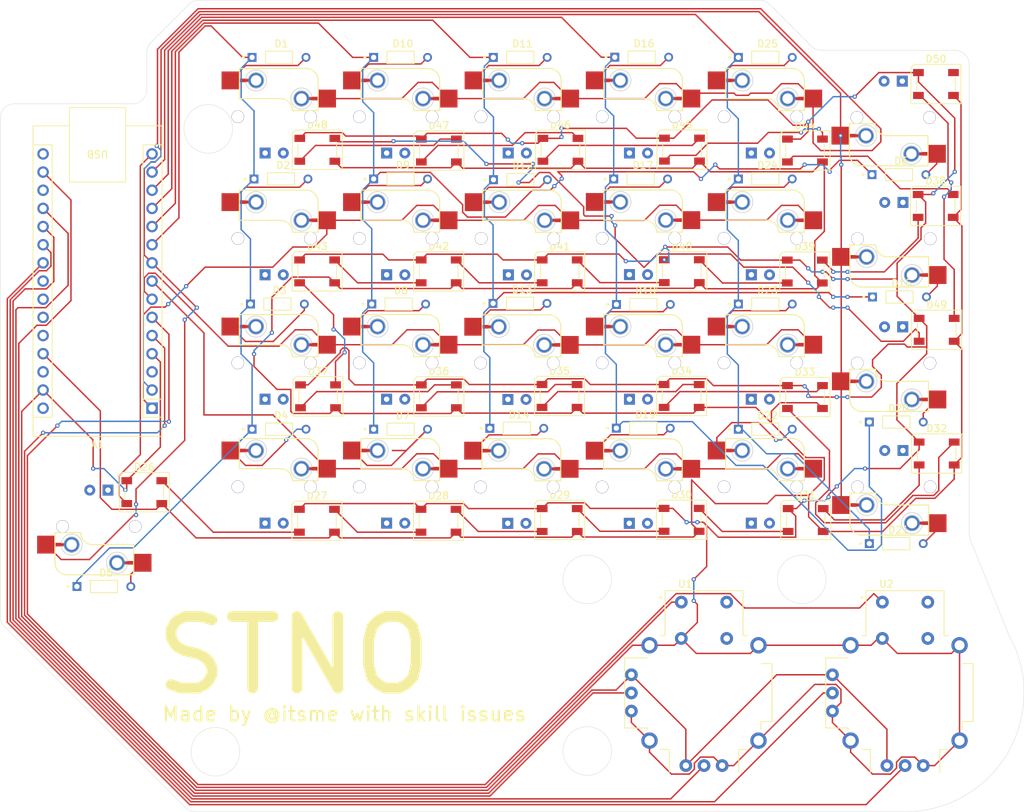
<source format=kicad_pcb>
(kicad_pcb (version 20241229) (generator "pcbnew") (generator_version "9.0")
  (layers (0 "F.Cu" signal) (2 "B.Cu" signal) (13 "F.Paste" user) (15 "B.Paste" user) (5 "F.SilkS" user "F.Silkscreen") (7 "B.SilkS" user "B.Silkscreen") (1 "F.Mask" user) (3 "B.Mask" user) (25 "Edge.Cuts" user))
  (net 0 "")
  (net 1 "Column 4")
  (net 3 "Column 2")
  (net 4 "Column 3")
  (net 5 "+3V3")
  (net 6 "Row 2")
  (net 7 "Column 1")
  (net 9 "+5V")
  (net 10 "ARGB")
  (net 11 "Row 4")
  (net 12 "GND")
  (net 13 "V2")
  (net 14 "Row 1")
  (net 15 "Row 5")
  (net 16 "SEL1")
  (net 19 "SEL2")
  (net 20 "H2")
  (net 24 "H1")
  (net 25 "Column 5")
  (net 28 "Row 3")
  (net 29 "V1")
  (net 30 "Net-(D26-DOUT)")
  (net 31 "Net-(D27-DOUT)")
  (net 32 "Net-(D28-DOUT)")
  (net 33 "Net-(D29-DOUT)")
  (net 34 "Net-(D30-DOUT)")
  (net 35 "Net-(D31-DOUT)")
  (net 36 "Net-(D32-DOUT)")
  (net 37 "Net-(D33-DOUT)")
  (net 38 "Net-(D34-DOUT)")
  (net 39 "Net-(D35-DOUT)")
  (net 40 "Net-(D36-DOUT)")
  (net 41 "Net-(D37-DOUT)")
  (net 42 "Net-(D38-DOUT)")
  (net 43 "Net-(D38-DIN)")
  (net 44 "Net-(D39-DIN)")
  (net 45 "Net-(D40-DIN)")
  (net 46 "Net-(D41-DIN)")
  (net 47 "Net-(D42-DIN)")
  (net 48 "Net-(D44-DOUT)")
  (net 49 "Net-(D45-DOUT)")
  (net 50 "Net-(D46-DOUT)")
  (net 51 "Net-(D47-DOUT)")
  (net 52 "Net-(D48-DOUT)")
  (net 53 "Net-(D49-DOUT)")
  (net 55 "Net-(D1-PadA)")
  (net 56 "Net-(D2-PadA)")
  (net 57 "Net-(D3-PadA)")
  (net 58 "Net-(D4-PadA)")
  (net 59 "Net-(D5-PadA)")
  (net 60 "Net-(D10-PadA)")
  (net 61 "Net-(D9-PadA)")
  (net 62 "Net-(D8-PadA)")
  (net 63 "Net-(D7-PadA)")
  (net 64 "Net-(D6-PadA)")
  (net 65 "Net-(D11-PadA)")
  (net 66 "Net-(D16-PadA)")
  (net 67 "Net-(D12-PadA)")
  (net 68 "Net-(D17-PadA)")
  (net 69 "Net-(D13-PadA)")
  (net 70 "Net-(D18-PadA)")
  (net 71 "Net-(D14-PadA)")
  (net 72 "Net-(D19-PadA)")
  (net 73 "Net-(D15-PadA)")
  (net 74 "Net-(D20-PadA)")
  (net 75 "Net-(D25-PadA)")
  (net 76 "Net-(D24-PadA)")
  (net 77 "Net-(D23-PadA)")
  (net 78 "Net-(D22-PadA)")
  (net 79 "Net-(D21-PadA)")
  (footprint "keebio:Kailh_MX_Socket-compat" (layer "F.Cu") (at 144.77 46.295)
    (property "Reference" "SW13" (hide yes))
    (property "Value" "SW_Push" (hide yes))
    (fp_line (start -3.619499 -5.334) (end -4.000499 -5.334001) (stroke (width 0.1)) (layer "Edge.Cuts"))
    (fp_line (start -3.619499 -4.826001) (end -4.000499 -4.826001) (stroke (width 0.1)) (layer "Edge.Cuts"))
    (fp_line (start 4.889499 -2.793999) (end 5.270499 -2.793999) (stroke (width 0.1)) (layer "Edge.Cuts"))
    (fp_line (start 4.889499 -2.286) (end 5.270499 -2.285999) (stroke (width 0.1)) (layer "Edge.Cuts"))
    (fp_arc (start -4.000639 -5.333195) (mid -1.057578 -5.080408) (end -4.000499 -4.826001) (stroke (width 0.1)) (layer "Edge.Cuts"))
    (fp_arc (start -3.619415 -5.334358) (mid -1.431021 -5.079816) (end -3.619499 -4.826001) (stroke (width 0.1)) (layer "Edge.Cuts"))
    (fp_arc (start 4.889415 -2.285642) (mid 2.701021 -2.540184) (end 4.889499 -2.793999) (stroke (width 0.1)) (layer "Edge.Cuts"))
    (fp_arc (start 5.270639 -2.286805) (mid 2.327578 -2.539592) (end 5.270499 -2.793999) (stroke (width 0.1)) (layer "Edge.Cuts"))
  )
  (footprint "LED_SMD:LED_SK6812_PLCC4_5.0x5.0mm_P3.2mm" (layer "F.Cu") (at 133.75 67.925)
    (property "Reference" "D41")
    (property "Value" "SK6812")
  )
  (footprint "keebio:Kailh_MX_Socket-compat" (layer "F.Cu") (at 110.815 80.724)
    (property "Reference" "SW9" (hide yes))
    (property "Value" "SW_Push" (hide yes))
    (fp_line (start -3.619499 -5.334) (end -4.000499 -5.334001) (stroke (width 0.1)) (layer "Edge.Cuts"))
    (fp_line (start -3.619499 -4.826001) (end -4.000499 -4.826001) (stroke (width 0.1)) (layer "Edge.Cuts"))
    (fp_line (start 4.889499 -2.793999) (end 5.270499 -2.793999) (stroke (width 0.1)) (layer "Edge.Cuts"))
    (fp_line (start 4.889499 -2.286) (end 5.270499 -2.285999) (stroke (width 0.1)) (layer "Edge.Cuts"))
    (fp_arc (start -4.000639 -5.333195) (mid -1.057578 -5.080408) (end -4.000499 -4.826001) (stroke (width 0.1)) (layer "Edge.Cuts"))
    (fp_arc (start -3.619415 -5.334358) (mid -1.431021 -5.079816) (end -3.619499 -4.826001) (stroke (width 0.1)) (layer "Edge.Cuts"))
    (fp_arc (start 4.889415 -2.285642) (mid 2.701021 -2.540184) (end 4.889499 -2.793999) (stroke (width 0.1)) (layer "Edge.Cuts"))
    (fp_arc (start 5.270639 -2.286805) (mid 2.327578 -2.539592) (end 5.270499 -2.793999) (stroke (width 0.1)) (layer "Edge.Cuts"))
  )
  (footprint "stno:DIOAD753W49L380D172B" (layer "F.Cu") (at 70 112)
    (property "Reference" "D5")
    (property "Value" "1N4148" (hide yes))
  )
  (footprint "stno:DIOAD753W49L380D172B" (layer "F.Cu") (at 94.2685 72.5)
    (property "Reference" "D3")
    (property "Value" "1N4148")
  )
  (footprint "keebio:Kailh_MX_Socket-compat" (layer "F.Cu") (at 161.815 80.724)
    (property "Reference" "SW24" (hide yes))
    (property "Value" "SW_Push" (hide yes))
    (fp_line (start -3.619499 -5.334) (end -4.000499 -5.334001) (stroke (width 0.1)) (layer "Edge.Cuts"))
    (fp_line (start -3.619499 -4.826001) (end -4.000499 -4.826001) (stroke (width 0.1)) (layer "Edge.Cuts"))
    (fp_line (start 4.889499 -2.793999) (end 5.270499 -2.793999) (stroke (width 0.1)) (layer "Edge.Cuts"))
    (fp_line (start 4.889499 -2.286) (end 5.270499 -2.285999) (stroke (width 0.1)) (layer "Edge.Cuts"))
    (fp_arc (start -4.000639 -5.333195) (mid -1.057578 -5.080408) (end -4.000499 -4.826001) (stroke (width 0.1)) (layer "Edge.Cuts"))
    (fp_arc (start -3.619415 -5.334358) (mid -1.431021 -5.079816) (end -3.619499 -4.826001) (stroke (width 0.1)) (layer "Edge.Cuts"))
    (fp_arc (start 4.889415 -2.285642) (mid 2.701021 -2.540184) (end 4.889499 -2.793999) (stroke (width 0.1)) (layer "Edge.Cuts"))
    (fp_arc (start 5.270639 -2.286805) (mid 2.327578 -2.539592) (end 5.270499 -2.793999) (stroke (width 0.1)) (layer "Edge.Cuts"))
  )
  (footprint "stno:DIOAD753W49L380D172B" (layer "F.Cu") (at 94.5 38)
    (property "Reference" "D1")
    (property "Value" "1N4148")
  )
  (footprint "stno:DIOAD753W49L380D172B" (layer "F.Cu") (at 94.7685 55)
    (property "Reference" "D2")
    (property "Value" "1N4148")
  )
  (footprint "stno:DIOAD753W49L380D172B" (layer "F.Cu") (at 145.45 72.55)
    (property "Reference" "D18")
    (property "Value" "1N4148")
  )
  (footprint "stno:DIOAD753W49L380D172B" (layer "F.Cu") (at 127.745 89.874)
    (property "Reference" "D14")
    (property "Value" "1N4148")
  )
  (footprint "LED_SMD:LED_SK6812_PLCC4_5.0x5.0mm_P3.2mm" (layer "F.Cu") (at 168.05 85.5)
    (property "Reference" "D33")
    (property "Value" "SK6812")
  )
  (footprint "LED_SMD:LED_SK6812_PLCC4_5.0x5.0mm_P3.2mm" (layer "F.Cu") (at 168.15 102.7)
    (property "Reference" "D31")
    (property "Value" "SK6812")
  )
  (footprint "stno:XDCR_COM-09032" (layer "F.Cu") (at 153.9304 126.8813)
    (property "Reference" "U1")
    (property "Value" "COM-09032")
  )
  (footprint "Module:Arduino_Nano" (layer "F.Cu") (at 76.74 87.06 180)
    (property "Reference" "A1")
    (property "Value" "Arduino_Nano_ESP32")
  )
  (footprint "LED_SMD:LED_SK6812_PLCC4_5.0x5.0mm_P3.2mm" (layer "F.Cu") (at 133.725 85.35)
    (property "Reference" "D35")
    (property "Value" "SK6812")
  )
  (footprint "stno:DIOAD753W49L380D172B" (layer "F.Cu") (at 94.5 90)
    (property "Reference" "D4")
    (property "Value" "1N4148")
  )
  (footprint "keebio:Kailh_MX_Socket-compat" (layer "F.Cu") (at 110.82 46.3)
    (property "Reference" "SW7" (hide yes))
    (property "Value" "SW_Push" (hide yes))
    (fp_line (start -3.619499 -5.334) (end -4.000499 -5.334001) (stroke (width 0.1)) (layer "Edge.Cuts"))
    (fp_line (start -3.619499 -4.826001) (end -4.000499 -4.826001) (stroke (width 0.1)) (layer "Edge.Cuts"))
    (fp_line (start 4.889499 -2.793999) (end 5.270499 -2.793999) (stroke (width 0.1)) (layer "Edge.Cuts"))
    (fp_line (start 4.889499 -2.286) (end 5.270499 -2.285999) (stroke (width 0.1)) (layer "Edge.Cuts"))
    (fp_arc (start -4.000639 -5.333195) (mid -1.057578 -5.080408) (end -4.000499 -4.826001) (stroke (width 0.1)) (layer "Edge.Cuts"))
    (fp_arc (start -3.619415 -5.334358) (mid -1.431021 -5.079816) (end -3.619499 -4.826001) (stroke (width 0.1)) (layer "Edge.Cuts"))
    (fp_arc (start 4.889415 -2.285642) (mid 2.701021 -2.540184) (end 4.889499 -2.793999) (stroke (width 0.1)) (layer "Edge.Cuts"))
    (fp_arc (start 5.270639 -2.286805) (mid 2.327578 -2.539592) (end 5.270499 -2.793999) (stroke (width 0.1)) (layer "Edge.Cuts"))
  )
  (footprint "stno:DIOAD753W49L380D172B" (layer "F.Cu") (at 111.2315 72.5)
    (property "Reference" "D8")
    (property "Value" "1N4148")
  )
  (footprint "stno:DIOAD753W49L380D172B" (layer "F.Cu") (at 128.2 72.4)
    (property "Reference" "D13")
    (property "Value" "1N4148")
  )
  (footprint "LED_SMD:LED_SK6812_PLCC4_5.0x5.0mm_P3.2mm" (layer "F.Cu") (at 150.8 85.35)
    (property "Reference" "D34")
    (property "Value" "SK6812")
  )
  (footprint "keebio:Kailh_MX_Socket-compat" (layer "F.Cu") (at 144.7545 98.08)
    (property "Reference" "SW19" (hide yes))
    (property "Value" "SW_Push" (hide yes))
    (fp_line (start -3.619499 -5.334) (end -4.000499 -5.334001) (stroke (width 0.1)) (layer "Edge.Cuts"))
    (fp_line (start -3.619499 -4.826001) (end -4.000499 -4.826001) (stroke (width 0.1)) (layer "Edge.Cuts"))
    (fp_line (start 4.889499 -2.793999) (end 5.270499 -2.793999) (stroke (width 0.1)) (layer "Edge.Cuts"))
    (fp_line (start 4.889499 -2.286) (end 5.270499 -2.285999) (stroke (width 0.1)) (layer "Edge.Cuts"))
    (fp_arc (start -4.000639 -5.333195) (mid -1.057578 -5.080408) (end -4.000499 -4.826001) (stroke (width 0.1)) (layer "Edge.Cuts"))
    (fp_arc (start -3.619415 -5.334358) (mid -1.431021 -5.079816) (end -3.619499 -4.826001) (stroke (width 0.1)) (layer "Edge.Cuts"))
    (fp_arc (start 4.889415 -2.285642) (mid 2.701021 -2.540184) (end 4.889499 -2.793999) (stroke (width 0.1)) (layer "Edge.Cuts"))
    (fp_arc (start 5.270639 -2.286805) (mid 2.327578 -2.539592) (end 5.270499 -2.793999) (stroke (width 0.1)) (layer "Edge.Cuts"))
  )
  (footprint "LED_SMD:LED_SK6812_PLCC4_5.0x5.0mm_P3.2mm" (layer "F.Cu") (at 133.85 50.925)
    (property "Reference" "D46")
    (property "Value" "SK6812")
  )
  (footprint "keebio:Kailh_MX_Socket-compat" (layer "F.Cu") (at 93.82 63.32)
    (property "Reference" "SW3" (hide yes))
    (property "Value" "SW_Push" (hide yes))
    (fp_line (start -3.619499 -5.334) (end -4.000499 -5.334001) (stroke (width 0.1)) (layer "Edge.Cuts"))
    (fp_line (start -3.619499 -4.826001) (end -4.000499 -4.826001) (stroke (width 0.1)) (layer "Edge.Cuts"))
    (fp_line (start 4.889499 -2.793999) (end 5.270499 -2.793999) (stroke (width 0.1)) (layer "Edge.Cuts"))
    (fp_line (start 4.889499 -2.286) (end 5.270499 -2.285999) (stroke (width 0.1)) (layer "Edge.Cuts"))
    (fp_arc (start -4.000639 -5.333195) (mid -1.057578 -5.080408) (end -4.000499 -4.826001) (stroke (width 0.1)) (layer "Edge.Cuts"))
    (fp_arc (start -3.619415 -5.334358) (mid -1.431021 -5.079816) (end -3.619499 -4.826001) (stroke (width 0.1)) (layer "Edge.Cuts"))
    (fp_arc (start 4.889415 -2.285642) (mid 2.701021 -2.540184) (end 4.889499 -2.793999) (stroke (width 0.1)) (layer "Edge.Cuts"))
    (fp_arc (start 5.270639 -2.286805) (mid 2.327578 -2.539592) (end 5.270499 -2.793999) (stroke (width 0.1)) (layer "Edge.Cuts"))
  )
  (footprint "LED_SMD:LED_SK6812_PLCC4_5.0x5.0mm_P3.2mm" (layer "F.Cu") (at 99.95 85.4)
    (property "Reference" "D37")
    (property "Value" "SK6812")
  )
  (footprint "LED_SMD:LED_SK6812_PLCC4_5.0x5.0mm_P3.2mm" (layer "F.Cu") (at 150.825 67.9)
    (property "Reference" "D40")
    (property "Value" "SK6812")
  )
  (footprint "keebio:Kailh_MX_Socket-compat" (layer "F.Cu") (at 180.3885 46.405 180)
    (property "Reference" "SW11" (hide yes))
    (property "Value" "SW_Push" (hide yes))
    (fp_line (start 4.889499 -2.286) (end 5.270499 -2.285999) (stroke (width 0.1)) (layer "Edge.Cuts"))
    (fp_line (start 4.889499 -2.793999) (end 5.270499 -2.793999) (stroke (width 0.1)) (layer "Edge.Cuts"))
    (fp_line (start -3.619499 -4.826001) (end -4.000499 -4.826001) (stroke (width 0.1)) (layer "Edge.Cuts"))
    (fp_line (start -3.619499 -5.334) (end -4.000499 -5.334001) (stroke (width 0.1)) (layer "Edge.Cuts"))
    (fp_arc (start 5.270639 -2.286805) (mid 2.327578 -2.539592) (end 5.270499 -2.793999) (stroke (width 0.1)) (layer "Edge.Cuts"))
    (fp_arc (start 4.889415 -2.285642) (mid 2.701021 -2.540184) (end 4.889499 -2.793999) (stroke (width 0.1)) (layer "Edge.Cuts"))
    (fp_arc (start -3.619415 -5.334358) (mid -1.431021 -5.079816) (end -3.619499 -4.826001) (stroke (width 0.1)) (layer "Edge.Cuts"))
    (fp_arc (start -4.000639 -5.333195) (mid -1.057578 -5.080408) (end -4.000499 -4.826001) (stroke (width 0.1)) (layer "Edge.Cuts"))
  )
  (footprint "stno:DIOAD753W49L380D172B" (layer "F.Cu") (at 111.5 38)
    (property "Reference" "D10")
    (property "Value" "1N4148")
  )
  (footprint "keebio:Kailh_MX_Socket-compat" (layer "F.Cu") (at 144.77 80.725)
    (property "Reference" "SW17" (hide yes))
    (property "Value" "SW_Push" (hide yes))
    (fp_line (start -3.619499 -5.334) (end -4.000499 -5.334001) (stroke (width 0.1)) (layer "Edge.Cuts"))
    (fp_line (start -3.619499 -4.826001) (end -4.000499 -4.826001) (stroke (width 0.1)) (layer "Edge.Cuts"))
    (fp_line (start 4.889499 -2.793999) (end 5.270499 -2.793999) (stroke (width 0.1)) (layer "Edge.Cuts"))
    (fp_line (start 4.889499 -2.286) (end 5.270499 -2.285999) (stroke (width 0.1)) (layer "Edge.Cuts"))
    (fp_arc (start -4.000639 -5.333195) (mid -1.057578 -5.080408) (end -4.000499 -4.826001) (stroke (width 0.1)) (layer "Edge.Cuts"))
    (fp_arc (start -3.619415 -5.334358) (mid -1.431021 -5.079816) (end -3.619499 -4.826001) (stroke (width 0.1)) (layer "Edge.Cuts"))
    (fp_arc (start 4.889415 -2.285642) (mid 2.701021 -2.540184) (end 4.889499 -2.793999) (stroke (width 0.1)) (layer "Edge.Cuts"))
    (fp_arc (start 5.270639 -2.286805) (mid 2.327578 -2.539592) (end 5.270499 -2.793999) (stroke (width 0.1)) (layer "Edge.Cuts"))
  )
  (footprint "keebio:Kailh_MX_Socket-compat" (layer "F.Cu") (at 180.4785 98.06 180)
    (property "Reference" "SW26" (hide yes))
    (property "Value" "SW_Push" (hide yes))
    (fp_line (start 4.889499 -2.286) (end 5.270499 -2.285999) (stroke (width 0.1)) (layer "Edge.Cuts"))
    (fp_line (start 4.889499 -2.793999) (end 5.270499 -2.793999) (stroke (width 0.1)) (layer "Edge.Cuts"))
    (fp_line (start -3.619499 -4.826001) (end -4.000499 -4.826001) (stroke (width 0.1)) (layer "Edge.Cuts"))
    (fp_line (start -3.619499 -5.334) (end -4.000499 -5.334001) (stroke (width 0.1)) (layer "Edge.Cuts"))
    (fp_arc (start 5.270639 -2.286805) (mid 2.327578 -2.539592) (end 5.270499 -2.793999) (stroke (width 0.1)) (layer "Edge.Cuts"))
    (fp_arc (start 4.889415 -2.285642) (mid 2.701021 -2.540184) (end 4.889499 -2.793999) (stroke (width 0.1)) (layer "Edge.Cuts"))
    (fp_arc (start -3.619415 -5.334358) (mid -1.431021 -5.079816) (end -3.619499 -4.826001) (stroke (width 0.1)) (layer "Edge.Cuts"))
    (fp_arc (start -4.000639 -5.333195) (mid -1.057578 -5.080408) (end -4.000499 -4.826001) (stroke (width 0.1)) (layer "Edge.Cuts"))
  )
  (footprint "LED_SMD:LED_SK6812_PLCC4_5.0x5.0mm_P3.2mm" (layer "F.Cu") (at 186.3685 41.725)
    (property "Reference" "D50")
    (property "Value" "SK6812")
  )
  (footprint "keebio:Kailh_MX_Socket-compat" (layer "F.Cu") (at 93.825 46.3)
    (property "Reference" "SW2" (hide yes))
    (property "Value" "SW_Push" (hide yes))
    (fp_line (start -3.619499 -5.334) (end -4.000499 -5.334001) (stroke (width 0.1)) (layer "Edge.Cuts"))
    (fp_line (start -3.619499 -4.826001) (end -4.000499 -4.826001) (stroke (width 0.1)) (layer "Edge.Cuts"))
    (fp_line (start 4.889499 -2.793999) (end 5.270499 -2.793999) (stroke (width 0.1)) (layer "Edge.Cuts"))
    (fp_line (start 4.889499 -2.286) (end 5.270499 -2.285999) (stroke (width 0.1)) (layer "Edge.Cuts"))
    (fp_arc (start -4.000639 -5.333195) (mid -1.057578 -5.080408) (end -4.000499 -4.826001) (stroke (width 0.1)) (layer "Edge.Cuts"))
    (fp_arc (start -3.619415 -5.334358) (mid -1.431021 -5.079816) (end -3.619499 -4.826001) (stroke (width 0.1)) (layer "Edge.Cuts"))
    (fp_arc (start 4.889415 -2.285642) (mid 2.701021 -2.540184) (end 4.889499 -2.793999) (stroke (width 0.1)) (layer "Edge.Cuts"))
    (fp_arc (start 5.270639 -2.286805) (mid 2.327578 -2.539592) (end 5.270499 -2.793999) (stroke (width 0.1)) (layer "Edge.Cuts"))
  )
  (footprint "stno:DIOAD753W49L380D172B" (layer "F.Cu") (at 162.5 72.5)
    (property "Reference" "D23")
    (property "Value" "1N4148")
  )
  (footprint "LED_SMD:LED_SK6812_PLCC4_5.0x5.0mm_P3.2mm" (layer "F.Cu") (at 186.325 58.775)
    (property "Reference" "D38")
    (property "Value" "SK6812")
  )
  (footprint "keebio:Kailh_MX_Socket-compat" (layer "F.Cu") (at 127.82 46.3)
    (property "Reference" "SW12" (hide yes))
    (property "Value" "SW_Push" (hide yes))
    (fp_line (start -3.619499 -5.334) (end -4.000499 -5.334001) (stroke (width 0.1)) (layer "Edge.Cuts"))
    (fp_line (start -3.619499 -4.826001) (end -4.000499 -4.826001) (stroke (width 0.1)) (layer "Edge.Cuts"))
    (fp_line (start 4.889499 -2.793999) (end 5.270499 -2.793999) (stroke (width 0.1)) (layer "Edge.Cuts"))
    (fp_line (start 4.889499 -2.286) (end 5.270499 -2.285999) (stroke (width 0.1)) (layer "Edge.Cuts"))
    (fp_arc (start -4.000639 -5.333195) (mid -1.057578 -5.080408) (end -4.000499 -4.826001) (stroke (width 0.1)) (layer "Edge.Cuts"))
    (fp_arc (start -3.619415 -5.334358) (mid -1.431021 -5.079816) (end -3.619499 -4.826001) (stroke (width 0.1)) (layer "Edge.Cuts"))
    (fp_arc (start 4.889415 -2.285642) (mid 2.701021 -2.540184) (end 4.889499 -2.793999) (stroke (width 0.1)) (layer "Edge.Cuts"))
    (fp_arc (start 5.270639 -2.286805) (mid 2.327578 -2.539592) (end 5.270499 -2.793999) (stroke (width 0.1)) (layer "Edge.Cuts"))
  )
  (footprint "LED_SMD:LED_SK6812_PLCC4_5.0x5.0mm_P3.2mm" (layer "F.Cu") (at 116.85 51.025)
    (property "Reference" "D47")
    (property "Value" "SK6812")
  )
  (footprint "stno:DIOAD753W49L380D172B" (layer "F.Cu") (at 145.4395 89.856)
    (property "Reference" "D19")
    (property "Value" "1N4148")
  )
  (footprint "LED_SMD:LED_SK6812_PLCC4_5.0x5.0mm_P3.2mm" (layer "F.Cu") (at 150.85 50.9)
    (property "Reference" "D45")
    (property "Value" "SK6812")
  )
  (footprint "keebio:Kailh_MX_Socket-compat" (layer "F.Cu") (at 127.84 63.33)
    (property "Reference" "SW14" (hide yes))
    (property "Value" "SW_Push" (hide yes))
    (fp_line (start -3.619499 -5.334) (end -4.000499 -5.334001) (stroke (width 0.1)) (layer "Edge.Cuts"))
    (fp_line (start -3.619499 -4.826001) (end -4.000499 -4.826001) (stroke (width 0.1)) (layer "Edge.Cuts"))
    (fp_line (start 4.889499 -2.793999) (end 5.270499 -2.793999) (stroke (width 0.1)) (layer "Edge.Cuts"))
    (fp_line (start 4.889499 -2.286) (end 5.270499 -2.285999) (stroke (width 0.1)) (layer "Edge.Cuts"))
    (fp_arc (start -4.000639 -5.333195) (mid -1.057578 -5.080408) (end -4.000499 -4.826001) (stroke (width 0.1)) (layer "Edge.Cuts"))
    (fp_arc (start -3.619415 -5.334358) (mid -1.431021 -5.079816) (end -3.619499 -4.826001) (stroke (width 0.1)) (layer "Edge.Cuts"))
    (fp_arc (start 4.889415 -2.285642) (mid 2.701021 -2.540184) (end 4.889499 -2.793999) (stroke (width 0.1)) (layer "Edge.Cuts"))
    (fp_arc (start 5.270639 -2.286805) (mid 2.327578 -2.539592) (end 5.270499 -2.793999) (stroke (width 0.1)) (layer "Edge.Cuts"))
  )
  (footprint "stno:DIOAD753W49L380D172B" (layer "F.Cu") (at 180.8185 89)
    (property "Reference" "D20")
    (property "Value" "1N4148")
  )
  (footprint "stno:DIOAD753W49L380D172B" (layer "F.Cu") (at 180.8185 106)
    (property "Reference" "D21")
    (property "Value" "1N4148")
  )
  (footprint "LED_SMD:LED_SK6812_PLCC4_5.0x5.0mm_P3.2mm" (layer "F.Cu") (at 133.75 102.7)
    (property "Reference" "D29")
    (property "Value" "SK6812")
  )
  (footprint "keebio:Kailh_MX_Socket-compat" (layer "F.Cu") (at 93.815 98.058)
    (property "Reference" "SW5" (hide yes))
    (property "Value" "SW_Push" (hide yes))
    (fp_line (start -3.619499 -5.334) (end -4.000499 -5.334001) (stroke (width 0.1)) (layer "Edge.Cuts"))
    (fp_line (start -3.619499 -4.826001) (end -4.000499 -4.826001) (stroke (width 0.1)) (layer "Edge.Cuts"))
    (fp_line (start 4.889499 -2.793999) (end 5.270499 -2.793999) (stroke (width 0.1)) (layer "Edge.Cuts"))
    (fp_line (start 4.889499 -2.286) (end 5.270499 -2.285999) (stroke (width 0.1)) (layer "Edge.Cuts"))
    (fp_arc (start -4.000639 -5.333195) (mid -1.057578 -5.080408) (end -4.000499 -4.826001) (stroke (width 0.1)) (layer "Edge.Cuts"))
    (fp_arc (start -3.619415 -5.334358) (mid -1.431021 -5.079816) (end -3.619499 -4.826001) (stroke (width 0.1)) (layer "Edge.Cuts"))
    (fp_arc (start 4.889415 -2.285642) (mid 2.701021 -2.540184) (end 4.889499 -2.793999) (stroke (width 0.1)) (layer "Edge.Cuts"))
    (fp_arc (start 5.270639 -2.286805) (mid 2.327578 -2.539592) (end 5.270499 -2.793999) (stroke (width 0.1)) (layer "Edge.Cuts"))
  )
  (footprint "stno:DIOAD753W49L380D172B" (layer "F.Cu") (at 162.5 55)
    (property "Reference" "D24")
    (property "Value" "1N4148")
  )
  (footprint "keebio:Kailh_MX_Socket-compat" (layer "F.Cu") (at 69.3 103.6 180)
    (property "Reference" "SW6" (hide yes))
    (property "Value" "SW_Push" (hide yes))
    (fp_line (start 4.889499 -2.286) (end 5.270499 -2.285999) (stroke (width 0.1)) (layer "Edge.Cuts"))
    (fp_line (start 4.889499 -2.793999) (end 5.270499 -2.793999) (stroke (width 0.1)) (layer "Edge.Cuts"))
    (fp_line (start -3.619499 -4.826001) (end -4.000499 -4.826001) (stroke (width 0.1)) (layer "Edge.Cuts"))
    (fp_line (start -3.619499 -5.334) (end -4.000499 -5.334001) (stroke (width 0.1)) (layer "Edge.Cuts"))
    (fp_arc (start 5.270639 -2.286805) (mid 2.327578 -2.539592) (end 5.270499 -2.793999) (stroke (width 0.1)) (layer "Edge.Cuts"))
    (fp_arc (start 4.889415 -2.285642) (mid 2.701021 -2.540184) (end 4.889499 -2.793999) (stroke (width 0.1)) (layer "Edge.Cuts"))
    (fp_arc (start -3.619415 -5.334358) (mid -1.431021 -5.079816) (end -3.619499 -4.826001) (stroke (width 0.1)) (layer "Edge.Cuts"))
    (fp_arc (start -4.000639 -5.333195) (mid -1.057578 -5.080408) (end -4.000499 -4.826001) (stroke (width 0.1)) (layer "Edge.Cuts"))
  )
  (footprint "LED_SMD:LED_SK6812_PLCC4_5.0x5.0mm_P3.2mm" (layer "F.Cu") (at 186.4685 93.4)
    (property "Reference" "D32")
    (property "Value" "SK6812")
  )
  (footprint "LED_SMD:LED_SK6812_PLCC4_5.0x5.0mm_P3.2mm" (layer "F.Cu") (at 75.65 98.8)
    (property "Reference" "D26")
    (property "Value" "SK6812")
  )
  (footprint "LED_SMD:LED_SK6812_PLCC4_5.0x5.0mm_P3.2mm" (layer "F.Cu") (at 168.025 67.95)
    (property "Reference" "D39")
    (property "Value" "SK6812")
  )
  (footprint "LED_SMD:LED_SK6812_PLCC4_5.0x5.0mm_P3.2mm" (layer "F.Cu") (at 116.8 102.8)
    (property "Reference" "D28")
    (property "Value" "SK6812")
  )
  (footprint "LED_SMD:LED_SK6812_PLCC4_5.0x5.0mm_P3.2mm" (layer "F.Cu") (at 116.825 67.925)
    (property "Reference" "D42")
    (property "Value" "SK6812")
  )
  (footprint "LED_SMD:LED_SK6812_PLCC4_5.0x5.0mm_P3.2mm" (layer "F.Cu") (at 168.05 51.025)
    (property "Reference" "D44")
    (property "Value" "SK6812")
  )
  (footprint "stno:XDCR_COM-09032" (layer "F.Cu") (at 182.05 126.8813)
    (property "Reference" "U2")
    (property "Value" "COM-09032")
  )
  (footprint "keebio:Kailh_MX_Socket-compat" (layer "F.Cu") (at 161.82 46.3)
    (property "Reference" "SW22" (hide yes))
    (property "Value" "SW_Push" (hide yes))
    (fp_line (start -3.619499 -5.334) (end -4.000499 -5.334001) (stroke (width 0.1)) (layer "Edge.Cuts"))
    (fp_line (start -3.619499 -4.826001) (end -4.000499 -4.826001) (stroke (width 0.1)) (layer "Edge.Cuts"))
    (fp_line (start 4.889499 -2.793999) (end 5.270499 -2.793999) (stroke (width 0.1)) (layer "Edge.Cuts"))
    (fp_line (start 4.889499 -2.286) (end 5.270499 -2.285999) (stroke (width 0.1)) (layer "Edge.Cuts"))
    (fp_arc (start -4.000639 -5.333195) (mid -1.057578 -5.080408) (end -4.000499 -4.826001) (stroke (width 0.1)) (layer "Edge.Cuts"))
    (fp_arc (start -3.619415 -5.334358) (mid -1.431021 -5.079816) (end -3.619499 -4.826001) (stroke (width 0.1)) (layer "Edge.Cuts"))
    (fp_arc (start 4.889415 -2.285642) (mid 2.701021 -2.540184) (end 4.889499 -2.793999) (stroke (width 0.1)) (layer "Edge.Cuts"))
    (fp_arc (start 5.270639 -2.286805) (mid 2.327578 -2.539592) (end 5.270499 -2.793999) (stroke (width 0.1)) (layer "Edge.Cuts"))
  )
  (footprint "keebio:Kailh_MX_Socket-compat" (layer "F.Cu") (at 93.815 80.724)
    (property "Reference" "SW4" (hide yes))
    (property "Value" "SW_Push" (hide yes))
    (fp_line (start -3.619499 -5.334) (end -4.000499 -5.334001) (stroke (width 0.1)) (layer "Edge.Cuts"))
    (fp_line (start -3.619499 -4.826001) (end -4.000499 -4.826001) (stroke (width 0.1)) (layer "Edge.Cuts"))
    (fp_line (start 4.889499 -2.793999) (end 5.270499 -2.793999) (stroke (width 0.1)) (layer "Edge.Cuts"))
    (fp_line (start 4.889499 -2.286) (end 5.270499 -2.285999) (stroke (width 0.1)) (layer "Edge.Cuts"))
    (fp_arc (start -4.000639 -5.333195) (mid -1.057578 -5.080408) (end -4.000499 -4.826001) (stroke (width 0.1)) (layer "Edge.Cuts"))
    (fp_arc (start -3.619415 -5.334358) (mid -1.431021 -5.079816) (end -3.619499 -4.826001) (stroke (width 0.1)) (layer "Edge.Cuts"))
    (fp_arc (start 4.889415 -2.285642) (mid 2.701021 -2.540184) (end 4.889499 -2.793999) (stroke (width 0.1)) (layer "Edge.Cuts"))
    (fp_arc (start 5.270639 -2.286805) (mid 2.327578 -2.539592) (end 5.270499 -2.793999) (stroke (width 0.1)) (layer "Edge.Cuts"))
  )
  (footprint "stno:DIOAD753W49L380D172B" (layer "F.Cu") (at 128.2315 38)
    (property "Reference" "D11")
    (property "Value" "1N4148")
  )
  (footprint "LED_SMD:LED_SK6812_PLCC4_5.0x5.0mm_P3.2mm" (layer "F.Cu") (at 99.825 67.925)
    (property "Reference" "D43")
    (property "Value" "SK6812")
  )
  (footprint "stno:DIOAD753W49L380D172B" (layer "F.Cu") (at 181.2685 71.5)
    (property "Reference" "D15")
    (property "Value" "1N4148")
  )
  (footprint "LED_SMD:LED_SK6812_PLCC4_5.0x5.0mm_P3.2mm" (layer "F.Cu") (at 150.8 102.675)
    (property "Reference" "D30")
    (property "Value" "SK6812")
  )
  (footprint "keebio:Kailh_MX_Socket-compat" (layer "F.Cu") (at 161.815 98.058)
    (property "Reference" "SW25" (hide yes))
    (property "Value" "SW_Push" (hide yes))
    (fp_line (start -3.619499 -5.334) (end -4.000499 -5.334001) (stroke (width 0.1)) (layer "Edge.Cuts"))
    (fp_line (start -3.619499 -4.826001) (end -4.000499 -4.826001) (stroke (width 0.1)) (layer "Edge.Cuts"))
    (fp_line (start 4.889499 -2.793999) (end 5.270499 -2.793999) (stroke (width 0.1)) (layer "Edge.Cuts"))
    (fp_line (start 4.889499 -2.286) (end 5.270499 -2.285999) (stroke (width 0.1)) (layer "Edge.Cuts"))
    (fp_arc (start -4.000639 -5.333195) (mid -1.057578 -5.080408) (end -4.000499 -4.826001) (stroke (width 0.1)) (layer "Edge.Cuts"))
    (fp_arc (start -3.619415 -5.334358) (mid -1.431021 -5.079816) (end -3.619499 -4.826001) (stroke (width 0.1)) (layer "Edge.Cuts"))
    (fp_arc (start 4.889415 -2.285642) (mid 2.701021 -2.540184) (end 4.889499 -2.793999) (stroke (width 0.1)) (layer "Edge.Cuts"))
    (fp_arc (start 5.270639 -2.286805) (mid 2.327578 -2.539592) (end 5.270499 -2.793999) (stroke (width 0.1)) (layer "Edge.Cuts"))
  )
  (footprint "keebio:Kailh_MX_Socket-compat" (layer "F.Cu") (at 180.4785 63.36 180)
    (property "Reference" "SW20" (hide yes))
    (property "Value" "SW_Push" (hide yes))
    (fp_line (start 4.889499 -2.286) (end 5.270499 -2.285999) (stroke (width 0.1)) (layer "Edge.Cuts"))
    (fp_line (start 4.889499 -2.793999) (end 5.270499 -2.793999) (stroke (width 0.1)) (layer "Edge.Cuts"))
    (fp_line (start -3.619499 -4.826001) (end -4.000499 -4.826001) (stroke (width 0.1)) (layer "Edge.Cuts"))
    (fp_line (start -3.619499 -5.334) (end -4.000499 -5.334001) (stroke (width 0.1)) (layer "Edge.Cuts"))
    (fp_arc (start 5.270639 -2.286805) (mid 2.327578 -2.539592) (end 5.270499 -2.793999) (stroke (width 0.1)) (layer "Edge.Cuts"))
    (fp_arc (start 4.889415 -2.285642) (mid 2.701021 -2.540184) (end 4.889499 -2.793999) (stroke (width 0.1)) (layer "Edge.Cuts"))
    (fp_arc (start -3.619415 -5.334358) (mid -1.431021 -5.079816) (end -3.619499 -4.826001) (stroke (width 0.1)) (layer "Edge.Cuts"))
    (fp_arc (start -4.000639 -5.333195) (mid -1.057578 -5.080408) (end -4.000499 -4.826001) (stroke (width 0.1)) (layer "Edge.Cuts"))
  )
  (footprint "keebio:Kailh_MX_Socket-compat" (layer "F.Cu") (at 161.82 63.32)
    (property "Reference" "SW23" (hide yes))
    (property "Value" "SW_Push" (hide yes))
    (fp_line (start -3.619499 -5.334) (end -4.000499 -5.334001) (stroke (width 0.1)) (layer "Edge.Cuts"))
    (fp_line (start -3.619499 -4.826001) (end -4.000499 -4.826001) (stroke (width 0.1)) (layer "Edge.Cuts"))
    (fp_line (start 4.889499 -2.793999) (end 5.270499 -2.793999) (stroke (width 0.1)) (layer "Edge.Cuts"))
    (fp_line (start 4.889499 -2.286) (end 5.270499 -2.285999) (stroke (width 0.1)) (layer "Edge.Cuts"))
    (fp_arc (start -4.000639 -5.333195) (mid -1.057578 -5.080408) (end -4.000499 -4.826001) (stroke (width 0.1)) (layer "Edge.Cuts"))
    (fp_arc (start -3.619415 -5.334358) (mid -1.431021 -5.079816) (end -3.619499 -4.826001) (stroke (width 0.1)) (layer "Edge.Cuts"))
    (fp_arc (start 4.889415 -2.285642) (mid 2.701021 -2.540184) (end 4.889499 -2.793999) (stroke (width 0.1)) (layer "Edge.Cuts"))
    (fp_arc (start 5.270639 -2.286805) (mid 2.327578 -2.539592) (end 5.270499 -2.793999) (stroke (width 0.1)) (layer "Edge.Cuts"))
  )
  (footprint "keebio:Kailh_MX_Socket-compat" (layer "F.Cu") (at 110.815 98.058)
    (property "Reference" "SW10" (hide yes))
    (property "Value" "SW_Push" (hide yes))
    (fp_line (start -3.619499 -5.334) (end -4.000499 -5.334001) (stroke (width 0.1)) (layer "Edge.Cuts"))
    (fp_line (start -3.619499 -4.826001) (end -4.000499 -4.826001) (stroke (width 0.1)) (layer "Edge.Cuts"))
    (fp_line (start 4.889499 -2.793999) (end 5.270499 -2.793999) (stroke (width 0.1)) (layer "Edge.Cuts"))
    (fp_line (start 4.889499 -2.286) (end 5.270499 -2.285999) (stroke (width 0.1)) (layer "Edge.Cuts"))
    (fp_arc (start -4.000639 -5.333195) (mid -1.057578 -5.080408) (end -4.000499 -4.826001) (stroke (width 0.1)) (layer "Edge.Cuts"))
    (fp_arc (start -3.619415 -5.334358) (mid -1.431021 -5.079816) (end -3.619499 -4.826001) (stroke (width 0.1)) (layer "Edge.Cuts"))
    (fp_arc (start 4.889415 -2.285642) (mid 2.701021 -2.540184) (end 4.889499 -2.793999) (stroke (width 0.1)) (layer "Edge.Cuts"))
    (fp_arc (start 5.270639 -2.286805) (mid 2.327578 -2.539592) (end 5.270499 -2.793999) (stroke (width 0.1)) (layer "Edge.Cuts"))
  )
  (footprint "stno:DIOAD753W49L380D172B" (layer "F.Cu") (at 111.5 55)
    (property "Reference" "D9")
    (property "Value" "1N4148")
  )
  (footprint "stno:DIOAD753W49L380D172B" (layer "F.Cu") (at 111.5 90)
    (property "Reference" "D7")
    (property "Value" "1N4148" (hide yes))
  )
  (footprint "LED_SMD:LED_SK6812_PLCC4_5.0x5.0mm_P3.2mm" (layer "F.Cu") (at 99.85 50.925)
    (property "Reference" "D48")
    (property "Value" "SK6812")
  )
  (footprint "LED_SMD:LED_SK6812_PLCC4_5.0x5.0mm_P3.2mm" (layer "F.Cu") (at 99.8 102.8)
    (property "Reference" "D27")
    (property "Value" "SK6812")
  )
  (footprint "LED_SMD:LED_SK6812_PLCC4_5.0x5.0mm_P3.2mm" (layer "F.Cu") (at 116.85 85.4)
    (property "Reference" "D36")
    (property "Value" "SK6812")
  )
  (footprint "keebio:Kailh_MX_Socket-compat" (layer "F.Cu") (at 180.4485 80.76 180)
    (property "Reference" "SW21" (hide yes))
    (property "Value" "SW_Push" (hide yes))
    (fp_line (start 4.889499 -2.286) (end 5.270499 -2.285999) (stroke (width 0.1)) (layer "Edge.Cuts"))
    (fp_line (start 4.889499 -2.793999) (end 5.270499 -2.793999) (stroke (width 0.1)) (layer "Edge.Cuts"))
    (fp_line (start -3.619499 -4.826001) (end -4.000499 -4.826001) (stroke (width 0.1)) (layer "Edge.Cuts"))
    (fp_line (start -3.619499 -5.334) (end -4.000499 -5.334001) (stroke (width 0.1)) (layer "Edge.Cuts"))
    (fp_arc (start 5.270639 -2.286805) (mid 2.327578 -2.539592) (end 5.270499 -2.793999) (stroke (width 0.1)) (layer "Edge.Cuts"))
    (fp_arc (start 4.889415 -2.285642) (mid 2.701021 -2.540184) (end 4.889499 -2.793999) (stroke (width 0.1)) (layer "Edge.Cuts"))
    (fp_arc (start -3.619415 -5.334358) (mid -1.431021 -5.079816) (end -3.619499 -4.826001) (stroke (width 0.1)) (layer "Edge.Cuts"))
    (fp_arc (start -4.000639 -5.333195) (mid -1.057578 -5.080408) (end -4.000499 -4.826001) (stroke (width 0.1)) (layer "Edge.Cuts"))
  )
  (footprint "LED_SMD:LED_SK6812_PLCC4_5.0x5.0mm_P3.2mm" (layer "F.Cu") (at 186.4685 76.1)
    (property "Reference" "D49")
    (property "Value" "SK6812")
  )
  (footprint "keebio:Kailh_MX_Socket-compat" (layer "F.Cu") (at 144.77 63.3)
    (property "Reference" "SW15" (hide yes))
    (property "Value" "SW_Push" (hide yes))
    (fp_line (start -3.619499 -5.334) (end -4.000499 -5.334001) (stroke (width 0.1)) (layer "Edge.Cuts"))
    (fp_line (start -3.619499 -4.826001) (end -4.000499 -4.826001) (stroke (width 0.1)) (layer "Edge.Cuts"))
    (fp_line (start 4.889499 -2.793999) (end 5.270499 -2.793999) (stroke (width 0.1)) (layer "Edge.Cuts"))
    (fp_line (start 4.889499 -2.286) (end 5.270499 -2.285999) (stroke (width 0.1)) (layer "Edge.Cuts"))
    (fp_arc (start -4.000639 -5.333195) (mid -1.057578 -5.080408) (end -4.000499 -4.826001) (stroke (width 0.1)) (layer "Edge.Cuts"))
    (fp_arc (start -3.619415 -5.334358) (mid -1.431021 -5.079816) (end -3.619499 -4.826001) (stroke (width 0.1)) (layer "Edge.Cuts"))
    (fp_arc (start 4.889415 -2.285642) (mid 2.701021 -2.540184) (end 4.889499 -2.793999) (stroke (width 0.1)) (layer "Edge.Cuts"))
    (fp_arc (start 5.270639 -2.286805) (mid 2.327578 -2.539592) (end 5.270499 -2.793999) (stroke (width 0.1)) (layer "Edge.Cuts"))
  )
  (footprint "stno:DIOAD753W49L380D172B" (layer "F.Cu") (at 181.1873 54.4)
    (property "Reference" "D6")
    (property "Value" "1N4148")
  )
  (footprint "stno:DIOAD753W49L380D172B" (layer "F.Cu") (at 128.2565 55.106)
    (property "Reference" "D12")
    (property "Value" "1N4148")
  )
  (footprint "keebio:Kailh_MX_Socket-compat" (layer "F.Cu") (at 127.7545 98.08)
    (property "Reference" "SW18" (hide yes))
    (property "Value" "SW_Push" (hide yes))
    (fp_line (start -3.619499 -5.334) (end -4.000499 -5.334001) (stroke (width 0.1)) (layer "Edge.Cuts"))
    (fp_line (start -3.619499 -4.826001) (end -4.000499 -4.826001) (stroke (width 0.1)) (layer "Edge.Cuts"))
    (fp_line (start 4.889499 -2.793999) (end 5.270499 -2.793999) (stroke (width 0.1)) (layer "Edge.Cuts"))
    (fp_line (start 4.889499 -2.286) (end 5.270499 -2.285999) (stroke (width 0.1)) (layer "Edge.Cuts"))
    (fp_arc (start -4.000639 -5.333195) (mid -1.057578 -5.080408) (end -4.000499 -4.826001) (stroke (width 0.1)) (layer "Edge.Cuts"))
    (fp_arc (start -3.619415 -5.334358) (mid -1.431021 -5.079816) (end -3.619499 -4.826001) (stroke (width 0.1)) (layer "Edge.Cuts"))
    (fp_arc (start 4.889415 -2.285642) (mid 2.701021 -2.540184) (end 4.889499 -2.793999) (stroke (width 0.1)) (layer "Edge.Cuts"))
    (fp_arc (start 5.270639 -2.286805) (mid 2.327578 -2.539592) (end 5.270499 -2.793999) (stroke (width 0.1)) (layer "Edge.Cuts"))
  )
  (footprint "stno:DIOAD753W49L380D172B" (layer "F.Cu") (at 145.0688 55)
    (property "Reference" "D17")
    (property "Value" "1N4148")
  )
  (footprint "keebio:Kailh_MX_Socket-compat" (layer "F.Cu") (at 110.82 63.32)
    (property "Reference" "SW8" (hide yes))
    (property "Value" "SW_Push" (hide yes))
    (fp_line (start -3.619499 -5.334) (end -4.000499 -5.334001) (stroke (width 0.1)) (layer "Edge.Cuts"))
    (fp_line (start -3.619499 -4.826001) (end -4.000499 -4.826001) (stroke (width 0.1)) (layer "Edge.Cuts"))
    (fp_line (start 4.889499 -2.793999) (end 5.270499 -2.793999) (stroke (width 0.1)) (layer "Edge.Cuts"))
    (fp_line (start 4.889499 -2.286) (end 5.270499 -2.285999) (stroke (width 0.1)) (layer "Edge.Cuts"))
    (fp_arc (start -4.000639 -5.333195) (mid -1.057578 -5.080408) (end -4.000499 -4.826001) (stroke (width 0.1)) (layer "Edge.Cuts"))
    (fp_arc (start -3.619415 -5.334358) (mid -1.431021 -5.079816) (end -3.619499 -4.826001) (stroke (width 0.1)) (layer "Edge.Cuts"))
    (fp_arc (start 4.889415 -2.285642) (mid 2.701021 -2.540184) (end 4.889499 -2.793999) (stroke (width 0.1)) (layer "Edge.Cuts"))
    (fp_arc (start 5.270639 -2.286805) (mid 2.327578 -2.539592) (end 5.270499 -2.793999) (stroke (width 0.1)) (layer "Edge.Cuts"))
  )
  (footprint "stno:DIOAD753W49L380D172B" (layer "F.Cu") (at 162.5 38)
    (property "Reference" "D25")
    (property "Value" "1N4148")
  )
  (footprint "stno:DIOAD753W49L380D172B" (layer "F.Cu") (at 145.2185 37.975)
    (property "Reference" "D16")
    (property "Value" "1N4148")
  )
  (footprint "keebio:Kailh_MX_Socket-compat" (layer "F.Cu") (at 127.77 80.75)
    (property "Reference" "SW16" (hide yes))
    (property "Value" "SW_Push" (hide yes))
    (fp_line (start -3.619499 -5.334) (end -4.000499 -5.334001) (stroke (width 0.1)) (layer "Edge.Cuts"))
    (fp_line (start -3.619499 -4.826001) (end -4.000499 -4.826001) (stroke (width 0.1)) (layer "Edge.Cuts"))
    (fp_line (start 4.889499 -2.793999) (end 5.270499 -2.793999) (stroke (width 0.1)) (layer "Edge.Cuts"))
    (fp_line (start 4.889499 -2.286) (end 5.270499 -2.285999) (stroke (width 0.1)) (layer "Edge.Cuts"))
    (fp_arc (start -4.000639 -5.333195) (mid -1.057578 -5.080408) (end -4.000499 -4.826001) (stroke (width 0.1)) (layer "Edge.Cuts"))
    (fp_arc (start -3.619415 -5.334358) (mid -1.431021 -5.079816) (end -3.619499 -4.826001) (stroke (width 0.1)) (layer "Edge.Cuts"))
    (fp_arc (start 4.889415 -2.285642) (mid 2.701021 -2.540184) (end 4.889499 -2.793999) (stroke (width 0.1)) (layer "Edge.Cuts"))
    (fp_arc (start 5.270639 -2.286805) (mid 2.327578 -2.539592) (end 5.270499 -2.793999) (stroke (width 0.1)) (layer "Edge.Cuts"))
  )
  (footprint "stno:DIOAD753W49L380D172B" (layer "F.Cu") (at 162.5 90)
    (property "Reference" "D22")
    (property "Value" "1N4148")
  )
  (gr_line (start 197.319285 133.48711) (end 197.679146 132.544618) (stroke (width 0.05)) (layer "Edge.Cuts"))
  (gr_arc (start 197.717628 132.434257) (mid 197.699195 132.489719) (end 197.679146 132.544618) (stroke (width 0.05)) (layer "Edge.Cuts"))
  (gr_line (start 182.411316 143.5) (end 182.745012 143.490915) (stroke (width 0.05)) (layer "Edge.Cuts"))
  (gr_line (start 191 104.612042) (end 191 39) (stroke (width 0.05)) (layer "Edge.Cuts"))
  (gr_arc (start 187.723628 142.510872) (mid 187.62913 142.547579) (end 187.532893 142.579451) (stroke (width 0.05)) (layer "Edge.Cuts"))
  (gr_circle (center 85.6 135.1) (end 89 135.1) (stroke (width 0.05)) (fill no) (layer "Edge.Cuts"))
  (gr_arc (start 195.359874 136.837326) (mid 195.308447 136.90883) (end 195.253926 136.978004) (stroke (width 0.05)) (layer "Edge.Cuts"))
  (gr_line (start 198.087483 131.245152) (end 198.3703 130.034342) (stroke (width 0.05)) (layer "Edge.Cuts"))
  (gr_arc (start 194.425128 137.983143) (mid 194.368605 138.048745) (end 194.309296 138.111838) (stroke (width 0.05)) (layer "Edge.Cuts"))
  (gr_arc (start 170.328427 37) (mid 169.56306 36.847759) (end 168.914213 36.414213) (stroke (width 0.05)) (layer "Edge.Cuts"))
  (gr_line (start 194.425128 137.983143) (end 195.253926 136.978004) (stroke (width 0.05)) (layer "Edge.Cuts"))
  (gr_arc (start 192.212319 140.027319) (mid 192.15931 140.069092) (end 192.104923 140.109055) (stroke (width 0.05)) (layer "Edge.Cuts"))
  (gr_arc (start 196.417993 135.267165) (mid 196.356549 135.377941) (end 196.288213 135.484603) (stroke (width 0.05)) (layer "Edge.Cuts"))
  (gr_line (start 161.671573 30) (end 83.328427 30) (stroke (width 0.05)) (layer "Edge.Cuts"))
  (gr_circle (center 137.6 111) (end 141 111) (stroke (width 0.05)) (fill no) (layer "Edge.Cuts"))
  (gr_arc (start 198.569607 124.700469) (mid 198.593761 124.856833) (end 198.605482 125.014616) (stroke (width 0.05)) (layer "Edge.Cuts"))
  (gr_arc (start 198.190179 122.811943) (mid 198.217453 122.910634) (end 198.239642 123.010592) (stroke (width 0.05)) (layer "Edge.Cuts"))
  (gr_arc (start 189.96522 141.487829) (mid 189.909513 141.519101) (end 189.852838 141.548581) (stroke (width 0.05)) (layer "Edge.Cuts"))
  (gr_arc (start 193.377391 139.061163) (mid 193.297947 139.137748) (end 193.214398 139.209834) (stroke (width 0.05)) (layer "Edge.Cuts"))
  (gr_circle (center 84.6 48) (end 88 48) (stroke (width 0.05)) (fill no) (layer "Edge.Cuts"))
  (gr_arc (start 161.671573 30) (mid 162.436945 30.152232) (end 163.085786 30.585786) (stroke (width 0.05)) (layer "Edge.Cuts"))
  (gr_line (start 193.377391 139.061163) (end 194.309296 138.111838) (stroke (width 0.05)) (layer "Edge.Cuts"))
  (gr_line (start 183.911069 143.39084) (end 185.171044 143.201843) (stroke (width 0.05)) (layer "Edge.Cuts"))
  (gr_line (start 197.717628 132.434257) (end 198.046824 131.393286) (stroke (width 0.05)) (layer "Edge.Cuts"))
  (gr_arc (start 82.828427 143.5) (mid 82.063055 143.347768) (end 81.414214 142.914214) (stroke (width 0.05)) (layer "Edge.Cuts"))
  (gr_arc (start 189.030663 141.959668) (mid 188.969521 141.988955) (end 188.907422 142.016152) (stroke (width 0.05)) (layer "Edge.Cuts"))
  (gr_line (start 191.132867 140.798331) (end 192.104923 140.109055) (stroke (width 0.05)) (layer "Edge.Cuts"))
  (gr_line (start 189 37) (end 170.328427 37) (stroke (width 0.05)) (layer "Edge.Cuts"))
  (gr_arc (start 198.594538 128.464716) (mid 198.587739 128.559784) (end 198.576415 128.654419) (stroke (width 0.05)) (layer "Edge.Cuts"))
  (gr_line (start 56.085787 117.585787) (end 81.414214 142.914214) (stroke (width 0.05)) (layer "Edge.Cuts"))
  (gr_arc (start 197.561566 120.828943) (mid 197.62429 120.972238) (end 197.675618 121.119998) (stroke (width 0.05)) (layer "Edge.Cuts"))
  (gr_arc (start 182.894708 143.483472) (mid 182.81993 143.488596) (end 182.745012 143.490915) (stroke (width 0.05)) (layer "Edge.Cuts"))
  (gr_line (start 198.594538 128.464716) (end 198.666093 126.962112) (stroke (width 0.05)) (layer "Edge.Cuts"))
  (gr_arc (start 55.5 46.5) (mid 56.085786 45.085786) (end 57.5 44.5) (stroke (width 0.05)) (layer "Edge.Cuts"))
  (gr_arc (start 182.408684 143.49502) (mid 182.41 143.495003) (end 182.411316 143.494986) (stroke (width 0.05)) (layer "Edge.Cuts"))
  (gr_arc (start 182.053514 143.49982) (mid 182.04 143.499957) (end 182.026485 143.500003) (stroke (width 0.05)) (layer "Edge.Cuts"))
  (gr_line (start 198.667161 126.797843) (end 198.605482 125.014616) (stroke (width 0.05)) (layer "Edge.Cuts"))
  (gr_line (start 81.914213 30.585787) (end 76.585786 35.914214) (stroke (width 0.05)) (layer "Edge.Cuts"))
  (gr_line (start 168.914213 36.414213) (end 163.085786 30.585786) (stroke (width 0.05)) (layer "Edge.Cuts"))
  (gr_line (start 195.359874 136.837326) (end 196.288213 135.484603) (stroke (width 0.05)) (layer "Edge.Cuts"))
  (gr_line (start 187.723628 142.510872) (end 188.907422 142.016152) (stroke (width 0.05)) (layer "Edge.Cuts"))
  (gr_line (start 197.561566 120.828943) (end 196.523883 118.690051) (stroke (width 0.05)) (layer "Edge.Cuts"))
  (gr_line (start 198.569607 124.700469) (end 198.239642 123.010592) (stroke (width 0.05)) (layer "Edge.Cuts"))
  (gr_line (start 198.190179 122.811943) (end 197.675618 121.119998) (stroke (width 0.05)) (layer "Edge.Cuts"))
  (gr_line (start 182.053514 143.49982) (end 182.408684 143.5) (stroke (width 0.05)) (layer "Edge.Cuts"))
  (gr_line (start 189.96522 141.487829) (end 190.982817 140.894967) (stroke (width 0.05)) (layer "Edge.Cuts"))
  (gr_line (start 192.212319 140.027319) (end 193.214398 139.209834) (stroke (width 0.05)) (layer "Edge.Cuts"))
  (gr_line (start 185.32776 143.171901) (end 186.345914 142.934917) (stroke (width 0.05)) (layer "Edge.Cuts"))
  (gr_line (start 82.828427 143.5) (end 182.0264 143.500003) (stroke (width 0.05)) (layer "Edge.Cuts"))
  (gr_arc (start 76 42.5) (mid 75.414214 43.914214) (end 74 44.5) (stroke (width 0.05)) (layer "Edge.Cuts"))
  (gr_arc (start 76 37.328427) (mid 76.152232 36.563055) (end 76.585786 35.914214) (stroke (width 0.05)) (layer "Edge.Cuts"))
  (gr_line (start 76 37.328427) (end 76 42.5) (stroke (width 0.05)) (layer "Edge.Cuts"))
  (gr_arc (start 191.132867 140.798331) (mid 191.05892 140.848323) (end 190.982817 140.894967) (stroke (width 0.05)) (layer "Edge.Cuts"))
  (gr_line (start 74 44.5) (end 57.5 44.5) (stroke (width 0.05)) (layer "Edge.Cuts"))
  (gr_arc (start 191.145054 105.359822) (mid 191.036591 104.992902) (end 190.999984 104.612041) (stroke (width 0.05)) (layer "Edge.Cuts"))
  (gr_arc (start 183.911069 143.39084) (mid 183.849888 143.399053) (end 183.788482 143.405375) (stroke (width 0.05)) (layer "Edge.Cuts"))
  (gr_arc (start 197.319285 133.48711) (mid 197.277231 133.588764) (end 197.229655 133.687954) (stroke (width 0.05)) (layer "Edge.Cuts"))
  (gr_arc (start 185.32776 143.171901) (mid 185.249701 143.188435) (end 185.171044 143.201843) (stroke (width 0.05)) (layer "Edge.Cuts"))
  (gr_circle (center 137.6 135) (end 141 135) (stroke (width 0.05)) (fill no) (layer "Edge.Cuts"))
  (gr_line (start 55.5 46.5) (end 55.5 116.171573) (stroke (width 0.05)) (layer "Edge.Cuts"))
  (gr_arc (start 186.472966 142.900904) (mid 186.409719 142.918954) (end 186.345914 142.934917) (stroke (width 0.05)) (layer "Edge.Cuts"))
  (gr_arc (start 196.523883 118.690051) (mid 196.495045 118.627923) (end 196.468351 118.564844) (stroke (width 0.05)) (layer "Edge.Cuts"))
  (gr_line (start 196.417993 135.267165) (end 197.229655 133.687954) (stroke (width 0.05)) (layer "Edge.Cuts"))
  (gr_circle (center 167.6 111) (end 171 111) (stroke (width 0.05)) (fill no) (layer "Edge.Cuts"))
  (gr_arc (start 56.085787 117.585787) (mid 55.652241 116.93694) (end 55.5 116.171573) (stroke (width 0.05)) (layer "Edge.Cuts"))
  (gr_line (start 182.894708 143.483472) (end 183.788482 143.405375) (stroke (width 0.05)) (layer "Edge.Cuts"))
  (gr_line (start 186.472966 142.900904) (end 187.532893 142.579451) (stroke (width 0.05)) (layer "Edge.Cuts"))
  (gr_arc (start 198.087483 131.245152) (mid 198.068576 131.319609) (end 198.046824 131.393286) (stroke (width 0.05)) (layer "Edge.Cuts"))
  (gr_arc (start 189 37) (mid 190.414214 37.585786) (end 191 39) (stroke (width 0.05)) (layer "Edge.Cuts"))
  (gr_arc (start 198.402335 129.86427) (mid 198.388159 129.949653) (end 198.3703 130.034342) (stroke (width 0.05)) (layer "Edge.Cuts"))
  (gr_arc (start 81.914213 30.585787) (mid 82.563061 30.15225) (end 83.328427 30) (stroke (width 0.05)) (layer "Edge.Cuts"))
  (gr_arc (start 198.667161 126.797843) (mid 198.668315 126.879988) (end 198.666093 126.962112) (stroke (width 0.05)) (layer "Edge.Cuts"))
  (gr_line (start 196.468351 118.564844) (end 191.145053 105.359821) (stroke (width 0.05)) (layer "Edge.Cuts"))
  (gr_line (start 198.402335 129.86427) (end 198.576415 128.654419) (stroke (width 0.05)) (layer "Edge.Cuts"))
  (gr_line (start 189.030663 141.959668) (end 189.852838 141.548581) (stroke (width 0.05)) (layer "Edge.Cuts"))
  (gr_text "Made by @itsme with skill issues" (at 78 131 0) (layer "F.SilkS") (effects (font (size 2 2) (thickness 0.3)) (justify left bottom)))
  (gr_text "STNO" (at 76.5 127.5 0) (layer "F.SilkS") (effects (font (size 10 10) (thickness 1.5) (bold yes)) (justify left bottom)))
  (segment (start 164.762018 93.434579) (end 167.091579 93.434579) (width 0.2) (layer "F.Cu") (net 1))
  (segment (start 101.175 95.518) (end 111.678597 95.518) (width 0.2) (layer "F.Cu") (net 1))
  (segment (start 116.091579 93.434579) (end 118.175 95.518) (width 0.2) (layer "F.Cu") (net 1))
  (segment (start 128.640097 95.518) (end 130.701518 93.456579) (width 0.2) (layer "F.Cu") (net 1))
  (segment (start 162.656597 95.54) (end 164.762018 93.434579) (width 0.2) (layer "F.Cu") (net 1))
  (segment (start 84 88) (end 93.657 88) (width 0.2) (layer "F.Cu") (net 1))
  (segment (start 76.74 69.28) (end 84 76.54) (width 0.2) (layer "F.Cu") (net 1))
  (segment (start 147.701518 93.456579) (end 150.031079 93.456579) (width 0.2) (layer "F.Cu") (net 1))
  (segment (start 145.618097 95.54) (end 147.701518 93.456579) (width 0.2) (layer "F.Cu") (net 1))
  (segment (start 152.1145 95.54) (end 162.656597 95.54) (width 0.2) (layer "F.Cu") (net 1))
  (segment (start 93.657 88) (end 101.175 95.518) (width 0.2) (layer "F.Cu") (net 1))
  (segment (start 133.031079 93.456579) (end 135.1145 95.54) (width 0.2) (layer "F.Cu") (net 1))
  (segment (start 113.762018 93.434579) (end 116.091579 93.434579) (width 0.2) (layer "F.Cu") (net 1))
  (segment (start 150.031079 93.456579) (end 152.1145 95.54) (width 0.2) (layer "F.Cu") (net 1))
  (segment (start 84 76.54) (end 84 88) (width 0.2) (layer "F.Cu") (net 1))
  (segment (start 167.091579 93.434579) (end 169.175 95.518) (width 0.2) (layer "F.Cu") (net 1))
  (segment (start 118.175 95.518) (end 128.640097 95.518) (width 0.2) (layer "F.Cu") (net 1))
  (segment (start 135.1145 95.54) (end 145.618097 95.54) (width 0.2) (layer "F.Cu") (net 1))
  (segment (start 111.678597 95.518) (end 113.762018 93.434579) (width 0.2) (layer "F.Cu") (net 1))
  (segment (start 130.701518 93.456579) (end 133.031079 93.456579) (width 0.2) (layer "F.Cu") (net 1))
  (segment (start 116.096579 58.696579) (end 118.18 60.78) (width 0.2) (layer "F.Cu") (net 3))
  (segment (start 78.579 72.921) (end 79 72.5) (width 0.2) (layer "F.Cu") (net 3))
  (segment (start 93.613 67.337) (end 96.429 64.521) (width 0.2) (layer "F.Cu") (net 3))
  (segment (start 145.603597 60.79) (end 147.717018 58.676579) (width 0.2) (layer "F.Cu") (net 3))
  (segment (start 101.18 60.78) (end 111.683597 60.78) (width 0.2) (layer "F.Cu") (net 3))
  (segment (start 150.046579 58.676579) (end 152.13 60.76) (width 0.2) (layer "F.Cu") (net 3))
  (segment (start 76.579 72.921) (end 78.579 72.921) (width 0.2) (layer "F.Cu") (net 3))
  (segment (start 147.717018 58.676579) (end 150.046579 58.676579) (width 0.2) (layer "F.Cu") (net 3))
  (segment (start 111.683597 60.78) (end 113.767018 58.696579) (width 0.2) (layer "F.Cu") (net 3))
  (segment (start 164.767018 58.696579) (end 167.096579 58.696579) (width 0.2) (layer "F.Cu") (net 3))
  (segment (start 76.74 87.06) (end 75.5 85.82) (width 0.2) (layer "F.Cu") (net 3))
  (segment (start 75.5 74) (end 76.579 72.921) (width 0.2) (layer "F.Cu") (net 3))
  (segment (start 96.429 64.521) (end 99.39747 64.521) (width 0.2) (layer "F.Cu") (net 3))
  (segment (start 75.5 85.82) (end 75.5 74) (width 0.2) (layer "F.Cu") (net 3))
  (segment (start 135.2 60.79) (end 145.603597 60.79) (width 0.2) (layer "F.Cu") (net 3))
  (segment (start 128.713597 60.78) (end 130.787018 58.706579) (width 0.2) (layer "F.Cu") (net 3))
  (segment (start 84.163 67.337) (end 93.613 67.337) (width 0.2) (layer "F.Cu") (net 3))
  (segment (start 162.703597 60.76) (end 164.767018 58.696579) (width 0.2) (layer "F.Cu") (net 3))
  (segment (start 113.767018 58.696579) (end 116.096579 58.696579) (width 0.2) (layer "F.Cu") (net 3))
  (segment (start 167.096579 58.696579) (end 169.18 60.78) (width 0.2) (layer "F.Cu") (net 3))
  (segment (start 133.116579 58.706579) (end 135.2 60.79) (width 0.2) (layer "F.Cu") (net 3))
  (segment (start 101.18 62.73847) (end 101.18 60.78) (width 0.2) (layer "F.Cu") (net 3))
  (segment (start 130.787018 58.706579) (end 133.116579 58.706579) (width 0.2) (layer "F.Cu") (net 3))
  (segment (start 99.39747 64.521) (end 101.18 62.73847) (width 0.2) (layer "F.Cu") (net 3))
  (segment (start 152.13 60.76) (end 162.703597 60.76) (width 0.2) (layer "F.Cu") (net 3))
  (segment (start 81.5 70) (end 84.163 67.337) (width 0.2) (layer "F.Cu") (net 3))
  (segment (start 118.18 60.78) (end 128.713597 60.78) (width 0.2) (layer "F.Cu") (net 3))
  (via (at 79 72.5) (size 0.6) (drill 0.3) (layers "F.Cu" "B.Cu") (net 3))
  (via (at 81.5 70) (size 0.6) (drill 0.3) (layers "F.Cu" "B.Cu") (net 3))
  (segment (start 79 72.5) (end 81.5 70) (width 0.2) (layer "B.Cu") (net 3))
  (segment (start 150.046579 76.101579) (end 152.13 78.185) (width 0.2) (layer "F.Cu") (net 4))
  (segment (start 112.399421 76.100579) (end 116.091579 76.100579) (width 0.2) (layer "F.Cu") (net 4))
  (segment (start 85 76) (end 87.38291 78.38291) (width 0.2) (layer "F.Cu") (net 4))
  (segment (start 130.717018 76.126579) (end 133.046579 76.126579) (width 0.2) (layer "F.Cu") (net 4))
  (segment (start 152.13 78.185) (end 162.677597 78.185) (width 0.2) (layer "F.Cu") (net 4))
  (segment (start 76.74 71.82) (end 75.639 70.719) (width 0.2) (layer "F.Cu") (net 4))
  (segment (start 133.046579 76.126579) (end 135.13 78.21) (width 0.2) (layer "F.Cu") (net 4))
  (segment (start 116.091579 76.100579) (end 118.175 78.184) (width 0.2) (layer "F.Cu") (net 4))
  (segment (start 77.19605 68.179) (end 85 75.98295) (width 0.2) (layer "F.Cu") (net 4))
  (segment (start 99.091579 76.100579) (end 101.175 78.184) (width 0.2) (layer "F.Cu") (net 4))
  (segment (start 164.762018 76.100579) (end 167.091579 76.100579) (width 0.2) (layer "F.Cu") (net 4))
  (segment (start 118.175 78.184) (end 128.659597 78.184) (width 0.2) (layer "F.Cu") (net 4))
  (segment (start 87.38291 78.38291) (end 94.479687 78.38291) (width 0.2) (layer "F.Cu") (net 4))
  (segment (start 110.316 78.184) (end 112.399421 76.100579) (width 0.2) (layer "F.Cu") (net 4))
  (segment (start 147.717018 76.101579) (end 150.046579 76.101579) (width 0.2) (layer "F.Cu") (net 4))
  (segment (start 96.762018 76.100579) (end 99.091579 76.100579) (width 0.2) (layer "F.Cu") (net 4))
  (segment (start 128.659597 78.184) (end 130.717018 76.126579) (width 0.2) (layer "F.Cu") (net 4))
  (segment (start 85 75.98295) (end 85 76) (width 0.2) (layer "F.Cu") (net 4))
  (segment (start 75.639 68.82395) (end 76.28395 68.179) (width 0.2) (layer "F.Cu") (net 4))
  (segment (start 145.608597 78.21) (end 147.717018 76.101579) (width 0.2) (layer "F.Cu") (net 4))
  (segment (start 76.28395 68.179) (end 77.19605 68.179) (width 0.2) (layer "F.Cu") (net 4))
  (segment (start 167.091579 76.100579) (end 169.175 78.184) (width 0.2) (layer "F.Cu") (net 4))
  (segment (start 75.639 70.719) (end 75.639 68.82395) (width 0.2) (layer "F.Cu") (net 4))
  (segment (start 135.13 78.21) (end 145.608597 78.21) (width 0.2) (layer "F.Cu") (net 4))
  (segment (start 162.677597 78.185) (end 164.762018 76.100579) (width 0.2) (layer "F.Cu") (net 4))
  (segment (start 94.479687 78.38291) (end 96.762018 76.100579) (width 0.2) (layer "F.Cu") (net 4))
  (segment (start 101.175 78.184) (end 110.316 78.184) (width 0.2) (layer "F.Cu") (net 4))
  (segment (start 123.8339 140.896) (end 138.2496 126.4803) (width 0.2) (layer "F.Cu") (net 5))
  (segment (start 58.104 116.3356) (end 82.6644 140.896) (width 0.2) (layer "F.Cu") (net 5))
  (segment (start 60.643 75.461) (end 58.104 78) (width 0.2) (layer "F.Cu") (net 5))
  (segment (start 61.95605 75.461) (end 60.643 75.461) (width 0.2) (layer "F.Cu") (net 5))
  (segment (start 164.0904 124.3413) (end 171.89 124.3413) (width 0.2) (layer "F.Cu") (net 5))
  (segment (start 61.5 54.04) (end 65.401 57.941) (width 0.2) (layer "F.Cu") (net 5))
  (segment (start 171.89 124.3413) (end 179.51 131.9613) (width 0.2) (layer "F.Cu") (net 5))
  (segment (start 151.3904 137.0413) (end 164.0904 124.3413) (width 0.2) (layer "F.Cu") (net 5))
  (segment (start 143.7704 124.3413) (end 151.3904 131.9613) (width 0.2) (layer "F.Cu") (net 5))
  (segment (start 138.2496 126.4803) (end 141.6314 126.4803) (width 0.2) (layer "F.Cu") (net 5))
  (segment (start 58.104 78) (end 58.104 116.3356) (width 0.2) (layer "F.Cu") (net 5))
  (segment (start 151.3904 131.9613) (end 151.3904 137.0413) (width 0.2) (layer "F.Cu") (net 5))
  (segment (start 82.6644 140.896) (end 123.8339 140.896) (width 0.2) (layer "F.Cu") (net 5))
  (segment (start 141.6314 126.4803) (end 143.7704 124.3413) (width 0.2) (layer "F.Cu") (net 5))
  (segment (start 65.401 57.941) (end 65.401 72.01605) (width 0.2) (layer "F.Cu") (net 5))
  (segment (start 179.51 131.9613) (end 179.51 137.0413) (width 0.2) (layer "F.Cu") (net 5))
  (segment (start 65.401 72.01605) (end 61.95605 75.461) (width 0.2) (layer "F.Cu") (net 5))
  (segment (start 171.5 53.768557) (end 171.5 54) (width 0.2) (layer "F.Cu") (net 6))
  (segment (start 76.74 61.66) (end 80 58.4) (width 0.2) (layer "F.Cu") (net 6))
  (segment (start 129.928824 56.567579) (end 126.162982 60.333421) (width 0.2) (layer "F.Cu") (net 6))
  (segment (start 134.034303 54.534303) (end 134.034303 54.965697) (width 0.2) (layer "F.Cu") (net 6))
  (segment (start 83.9983 33.203) (end 100 33.203) (width 0.2) (layer "F.Cu") (net 6))
  (segment (start 100 33.203) (end 104.797 38) (width 0.2) (layer "F.Cu") (net 6))
  (segment (start 104.797 38) (end 107.7315 38) (width 0.2) (layer "F.Cu") (net 6))
  (segment (start 172.869557 52.399) (end 171.5 53.768557) (width 0.2) (layer "F.Cu") (net 6))
  (segment (start 152.5 54) (end 133.5 54) (width 0.2) (layer "F.Cu") (net 6))
  (segment (start 133.5 54) (end 134.034303 54.534303) (width 0.2) (layer "F.Cu") (net 6))
  (segment (start 177.4188 54.4) (end 175.4178 52.399) (width 0.2) (layer "F.Cu") (net 6))
  (segment (start 126.162982 60.333421) (end 120.860421 60.333421) (width 0.2) (layer "F.Cu") (net 6))
  (segment (start 153.5 55) (end 152.5 54) (width 0.2) (layer "F.Cu") (net 6))
  (segment (start 80 58.4) (end 80 37.2013) (width 0.2) (layer "F.Cu") (net 6))
  (segment (start 120.174 58.604423) (end 115.649577 54.08) (width 0.2) (layer "F.Cu") (net 6))
  (segment (start 120.174 59.647) (end 120.174 58.604423) (width 0.2) (layer "F.Cu") (net 6))
  (segment (start 133 56) (end 132.432421 56.567579) (width 0.2) (layer "F.Cu") (net 6))
  (segment (start 132.432421 56.567579) (end 129.928824 56.567579) (width 0.2) (layer "F.Cu") (net 6))
  (segment (start 167.401 53.599) (end 156.099 53.599) (width 0.2) (layer "F.Cu") (net 6))
  (segment (start 108.6515 54.08) (end 107.7315 55) (width 0.2) (layer "F.Cu") (net 6))
  (segment (start 120.860421 60.333421) (end 120.174 59.647) (width 0.2) (layer "F.Cu") (net 6))
  (segment (start 80 37.2013) (end 83.9983 33.203) (width 0.2) (layer "F.Cu") (net 6))
  (segment (start 175.4178 52.399) (end 172.869557 52.399) (width 0.2) (layer "F.Cu") (net 6))
  (segment (start 168 53) (end 167.401 53.599) (width 0.2) (layer "F.Cu") (net 6))
  (segment (start 115.649577 54.08) (end 108.6515 54.08) (width 0.2) (layer "F.Cu") (net 6))
  (segment (start 156.099 53.599) (end 155.5 53) (width 0.2) (layer "F.Cu") (net 6))
  (via (at 168 53) (size 0.6) (drill 0.3) (layers "F.Cu" "B.Cu") (net 6))
  (via (at 134.034303 54.965697) (size 0.6) (drill 0.3) (layers "F.Cu" "B.Cu") (net 6))
  (via (at 153.5 55) (size 0.6) (drill 0.3) (layers "F.Cu" "B.Cu") (net 6))
  (via (at 155.5 53) (size 0.6) (drill 0.3) (layers "F.Cu" "B.Cu") (net 6))
  (via (at 133 56) (size 0.6) (drill 0.3) (layers "F.Cu" "B.Cu") (net 6))
  (via (at 171.5 54) (size 0.6) (drill 0.3) (layers "F.Cu" "B.Cu") (net 6))
  (segment (start 106.191579 79.191579) (end 107.7315 80.7315) (width 0.2) (layer "B.Cu") (net 6))
  (segment (start 134.034303 54.965697) (end 133 56) (width 0.2) (layer "B.Cu") (net 6))
  (segment (start 106.196579 39.534921) (end 106.196579 44.196579) (width 0.2) (layer "B.Cu") (net 6))
  (segment (start 106.191579 73.771421) (end 106.191579 79.191579) (width 0.2) (layer "B.Cu") (net 6))
  (segment (start 155.5 53) (end 153.5 55) (width 0.2) (layer "B.Cu") (net 6))
  (segment (start 171.5 54) (end 170.5 53) (width 0.2) (layer "B.Cu") (net 6))
  (segment (start 107.463 61.963) (end 107.463 72.5) (width 0.2) (layer "B.Cu") (net 6))
  (segment (start 106.196579 60.696579) (end 107.463 61.963) (width 0.2) (layer "B.Cu") (net 6))
  (segment (start 107.7315 45.7315) (end 107.7315 55) (width 0.2) (layer "B.Cu") (net 6))
  (segment (start 107.7315 55) (end 106.196579 56.534921) (width 0.2) (layer "B.Cu") (net 6))
  (segment (start 106.196579 44.196579) (end 107.7315 45.7315) (width 0.2) (layer "B.Cu") (net 6))
  (segment (start 107.7315 38) (end 106.196579 39.534921) (width 0.2) (layer "B.Cu") (net 6))
  (segment (start 107.463 72.5) (end 106.191579 73.771421) (width 0.2) (layer "B.Cu") (net 6))
  (segment (start 170.5 53) (end 168 53) (width 0.2) (layer "B.Cu") (net 6))
  (segment (start 107.7315 80.7315) (end 107.7315 90) (width 0.2) (layer "B.Cu") (net 6))
  (segment (start 106.196579 56.534921) (end 106.196579 60.696579) (width 0.2) (layer "B.Cu") (net 6))
  (segment (start 77.5 50.279999) (end 77.5 36.8658) (width 0.2) (layer "F.Cu") (net 7))
  (segment (start 83.1678 31.198) (end 161.870699 31.198) (width 0.2) (layer "F.Cu") (net 7))
  (segment (start 152.13 43.755) (end 152.885 43) (width 0.2) (layer "F.Cu") (net 7))
  (segment (start 177.441482 51.028421) (end 170.251421 51.028421) (width 0.2) (layer "F.Cu") (net 7))
  (segment (start 152.885 43) (end 158.113597 43) (width 0.2) (layer "F.Cu") (net 7))
  (segment (start 163.443597 43) (end 164.767018 41.676579) (width 0.2) (layer "F.Cu") (net 7))
  (segment (start 113.943597 41.5) (end 115.92 41.5) (width 0.2) (layer "F.Cu") (net 7))
  (segment (start 150.046579 41.671579) (end 152.13 43.755) (width 0.2) (layer "F.Cu") (net 7))
  (segment (start 77.5 36.8658) (end 83.1678 31.198) (width 0.2) (layer "F.Cu") (net 7))
  (segment (start 158.417018 43.303421) (end 160.142982 43.303421) (width 0.2) (layer "F.Cu") (net 7))
  (segment (start 167.096579 41.676579) (end 169.18 43.76) (width 0.2) (layer "F.Cu") (net 7))
  (segment (start 118.18 43.76) (end 128.683597 43.76) (width 0.2) (layer "F.Cu") (net 7))
  (segment (start 160.142982 43.303421) (end 160.446403 43) (width 0.2) (layer "F.Cu") (net 7))
  (segment (start 111.683597 43.76) (end 113.943597 41.5) (width 0.2) (layer "F.Cu") (net 7))
  (segment (start 158.113597 43) (end 158.417018 43.303421) (width 0.2) (layer "F.Cu") (net 7))
  (segment (start 147.717018 41.671579) (end 150.046579 41.671579) (width 0.2) (layer "F.Cu") (net 7))
  (segment (start 101.185 43.76) (end 111.683597 43.76) (width 0.2) (layer "F.Cu") (net 7))
  (segment (start 164.767018 41.676579) (end 167.096579 41.676579) (width 0.2) (layer "F.Cu") (net 7))
  (segment (start 77.4 50.379999) (end 77.5 50.279999) (width 0.2) (layer "F.Cu") (net 7))
  (segment (start 161.870699 31.198) (end 178.661921 47.989222) (width 0.2) (layer "F.Cu") (net 7))
  (segment (start 170.251421 51.028421) (end 169.18 49.957) (width 0.2) (layer "F.Cu") (net 7))
  (segment (start 130.943597 41.5) (end 132.92 41.5) (width 0.2) (layer "F.Cu") (net 7))
  (segment (start 169.18 49.957) (end 169.18 43.76) (width 0.2) (layer "F.Cu") (net 7))
  (segment (start 178.661921 49.807982) (end 177.441482 51.028421) (width 0.2) (layer "F.Cu") (net 7))
  (segment (start 160.446403 43) (end 163.443597 43) (width 0.2) (layer "F.Cu") (net 7))
  (segment (start 115.92 41.5) (end 118.18 43.76) (width 0.2) (layer "F.Cu") (net 7))
  (segment (start 178.661921 47.989222) (end 178.661921 49.807982) (width 0.2) (layer "F.Cu") (net 7))
  (segment (start 132.92 41.5) (end 135.18 43.76) (width 0.2) (layer "F.Cu") (net 7))
  (segment (start 145.628597 43.76) (end 147.717018 41.671579) (width 0.2) (layer "F.Cu") (net 7))
  (segment (start 128.683597 43.76) (end 130.943597 41.5) (width 0.2) (layer "F.Cu") (net 7))
  (segment (start 135.18 43.76) (end 145.628597 43.76) (width 0.2) (layer "F.Cu") (net 7))
  (via (at 77.4 50.379999) (size 0.6) (drill 0.3) (layers "F.Cu" "B.Cu") (net 7))
  (segment (start 75.5 53.72295) (end 76.62195 52.601) (width 0.2) (layer "B.Cu") (net 7))
  (segment (start 76.62195 52.601) (end 77.19605 52.601) (width 0.2) (layer "B.Cu") (net 7))
  (segment (start 77.5 50.479999) (end 77.4 50.379999) (width 0.2) (layer "B.Cu") (net 7))
  (segment (start 75.5 83.28) (end 75.5 53.72295) (width 0.2) (layer "B.Cu") (net 7))
  (segment (start 77.5 50.5) (end 77.5 50.479999) (width 0.2) (layer "B.Cu") (net 7))
  (segment (start 77.19605 52.601) (end 78 51.79705) (width 0.2) (layer "B.Cu") (net 7))
  (segment (start 78 51) (end 77.5 50.5) (width 0.2) (layer "B.Cu") (net 7))
  (segment (start 76.74 84.52) (end 75.5 83.28) (width 0.2) (layer "B.Cu") (net 7))
  (segment (start 78 51.79705) (end 78 51) (width 0.2) (layer "B.Cu") (net 7))
  (segment (start 168.1911 93.967) (end 163.36205 89.13795) (width 0.2) (layer "F.Cu") (net 9))
  (segment (start 152.3 53.5) (end 137.275 53.5) (width 0.2) (layer "F.Cu") (net 9))
  (segment (start 118.474 70.326) (end 119.275 69.525) (width 0.2) (layer "F.Cu") (net 9))
  (segment (start 170.751 97.069) (end 170.751 93.967) (width 0.2) (layer "F.Cu") (net 9))
  (segment (start 152.449 105.076) (end 153.25 104.275) (width 0.2) (layer "F.Cu") (net 9))
  (segment (start 119.3 87) (end 118.499 87.801) (width 0.2) (layer "F.Cu") (net 9))
  (segment (start 163.924801 99.259) (end 168.561 99.259) (width 0.2) (layer "F.Cu") (net 9))
  (segment (start 188.9185 77.7) (end 190 76.6185) (width 0.2) (layer "F.Cu") (net 9))
  (segment (start 189.9695 78.751) (end 188.9185 77.7) (width 0.2) (layer "F.Cu") (net 9))
  (segment (start 152.199 103.224) (end 152.199 97.091) (width 0.2) (layer "F.Cu") (net 9))
  (segment (start 91 81.219801) (end 91 79.5) (width 0.2) (layer "F.Cu") (net 9))
  (segment (start 93.5 76.5) (end 93.5 71.548) (width 0.2) (layer "F.Cu") (net 9))
  (segment (start 164.549 86.299) (end 163.36205 87.48595) (width 0.2) (layer "F.Cu") (net 9))
  (segment (start 152.474 70.301) (end 153.275 69.5) (width 0.2) (layer "F.Cu") (net 9))
  (segment (start 78.1 100.4) (end 77.299 101.201) (width 0.2) (layer "F.Cu") (net 9))
  (segment (start 119.951 105.101) (end 135.399 105.101) (width 0.2) (layer "F.Cu") (net 9))
  (segment (start 136.3 52.525) (end 135.325 53.5) (width 0.2) (layer "F.Cu") (net 9))
  (segment (start 120.051 87.751) (end 119.3 87) (width 0.2) (layer "F.Cu") (net 9))
  (segment (start 137.275 53.5) (end 136.3 52.525) (width 0.2) (layer "F.Cu") (net 9))
  (segment (start 135.325 53.5) (end 120.175 53.5) (width 0.2) (layer "F.Cu") (net 9))
  (segment (start 136.976 87.751) (end 136.175 86.95) (width 0.2) (layer "F.Cu") (net 9))
  (segment (start 101.449 105.201) (end 102.25 104.4) (width 0.2) (layer "F.Cu") (net 9))
  (segment (start 136.976 105.076) (end 152.449 105.076) (width 0.2) (layer "F.Cu") (net 9))
  (segment (start 101.599 87.801) (end 96.449 87.801) (width 0.2) (layer "F.Cu") (net 9))
  (segment (start 103.201 53.426) (end 102.3 52.525) (width 0.2) (layer "F.Cu") (net 9))
  (segment (start 170.5 87.1) (end 169.699 86.299) (width 0.2) (layer "F.Cu") (net 9))
  (segment (start 102.275 69.525) (end 103.076 70.326) (width 0.2) (layer "F.Cu") (net 9))
  (segment (start 154.8 54) (end 153.3 52.5) (width 0.2) (layer "F.Cu") (net 9))
  (segment (start 190 61.6) (end 188.775 60.375) (width 0.2) (layer "F.Cu") (net 9))
  (segment (start 183.550097 99.662) (end 186.22207 99.662) (width 0.2) (layer "F.Cu") (net 9))
  (segment (start 135.399 105.101) (end 136.2 104.3) (width 0.2) (layer "F.Cu") (net 9))
  (segment (start 102.25 104.4) (end 103.051 105.201) (width 0.2) (layer "F.Cu") (net 9))
  (segment (start 153.3 52.5) (end 152.3 53.5) (width 0.2) (layer "F.Cu") (net 9))
  (segment (start 77.299 101.201) (end 71.125 101.201) (width 0.2) (layer "F.Cu") (net 9))
  (segment (start 154.126 70.351) (end 169.674 70.351) (width 0.2) (layer "F.Cu") (net 9))
  (segment (start 170.5 52.625) (end 169.125 54) (width 0.2) (layer "F.Cu") (net 9))
  (segment (start 163.36205 87.48595) (end 163.36205 89.13795) (width 0.2) (layer "F.Cu") (net 9))
  (segment (start 119.25 104.4) (end 119.951 105.101) (width 0.2) (layer "F.Cu") (net 9))
  (segment (start 189.8695 59.2805) (end 189.8695 44.376) (width 0.2) (layer "F.Cu") (net 9))
  (segment (start 136.2 104.3) (end 136.976 105.076) (width 0.2) (layer "F.Cu") (net 9))
  (segment (start 118.449 105.201) (end 119.25 104.4) (width 0.2) (layer "F.Cu") (net 9))
  (segment (start 94.216668 84.436469) (end 91 81.219801) (width 0.2) (layer "F.Cu") (net 9))
  (segment (start 169.674 70.351) (end 170.475 69.55) (width 0.2) (layer "F.Cu") (net 9))
  (segment (start 161.1741 86.95) (end 153.25 86.95) (width 0.2) (layer "F.Cu") (net 9))
  (segment (start 168.561 102.261) (end 170.6 104.3) (width 0.2) (layer "F.Cu") (net 9))
  (segment (start 170.6 104.3) (end 178.912097 104.3) (width 0.2) (layer "F.Cu") (net 9))
  (segment (start 152.199 97.091) (end 155.50709 100.39909) (width 0.2) (layer "F.Cu") (net 9))
  (segment (start 189.9695 93.949) (end 189.9695 78.751) (width 0.2) (layer "F.Cu") (net 9))
  (segment (start 188.775 60.375) (end 189.8695 59.2805) (width 0.2) (layer "F.Cu") (net 9))
  (segment (start 103.051 105.201) (end 118.449 105.201) (width 0.2) (layer "F.Cu") (net 9))
  (segment (start 188.9185 95) (end 189.9695 93.949) (width 0.2) (layer "F.Cu") (net 9))
  (segment (start 135.399 70.326) (end 136.2 69.525) (width 0.2) (layer "F.Cu") (net 9))
  (segment (start 189.8695 44.376) (end 188.8185 43.325) (width 0.2) (layer "F.Cu") (net 9))
  (segment (start 78.1 100.4) (end 82.901 105.201) (width 0.2) (layer "F.Cu") (net 9))
  (segment (start 118.499 87.801) (end 103.201 87.801) (width 0.2) (layer "F.Cu") (net 9))
  (segment (start 178.912097 104.3) (end 183.550097 99.662) (width 0.2) (layer "F.Cu") (net 9))
  (segment (start 190 76.6185) (end 190 61.6) (width 0.2) (layer "F.Cu") (net 9))
  (segment (start 96.324 68.724) (end 101.474 68.724) (width 0.2) (layer "F.Cu") (net 9))
  (segment (start 119.275 69.525) (end 120.076 70.326) (width 0.2) (layer "F.Cu") (net 9))
  (segment (start 170.756 52.881) (end 170.5 52.625) (width 0.2) (layer "F.Cu") (net 9))
  (segment (start 155.50709 100.39909) (end 162.784711 100.39909) (width 0.2) (layer "F.Cu") (net 9))
  (segment (start 153.25 104.275) (end 152.199 103.224) (width 0.2) (layer "F.Cu") (net 9))
  (segment (start 186.22207 99.662) (end 188.9185 96.96557) (width 0.2) (layer "F.Cu") (net 9))
  (segment (start 162.784711 100.39909) (end 163.924801 99.259) (width 0.2) (layer "F.Cu") (net 9))
  (segment (start 118.499 53.426) (end 103.201 53.426) (width 0.2) (layer "F.Cu") (net 9))
  (segment (start 120.076 70.326) (end 135.399 70.326) (width 0.2) (layer "F.Cu") (net 9))
  (segment (start 169.424 68.499) (end 169.424 63.663) (width 0.2) (layer "F.Cu") (net 9))
  (segment (start 102.4 87) (end 101.599 87.801) (width 0.2) (layer "F.Cu") (net 9))
  (segment (start 168.561 99.259) (end 170.751 97.069) (width 0.2) (layer "F.Cu") (net 9))
  (segment (start 136.175 86.95) (end 135.374 87.751) (width 0.2) (layer "F.Cu") (net 9))
  (segment (start 101.474 68.724) (end 102.275 69.525) (width 0.2) (layer "F.Cu") (net 9))
  (segment (start 96.15609 87.50809) (end 96.15609 84.436469) (width 0.2) (layer "F.Cu") (net 9))
  (segment (start 120.175 53.5) (end 119.3 52.625) (width 0.2) (layer "F.Cu") (net 9))
  (segment (start 153.275 69.5) (end 154.126 70.351) (width 0.2) (layer "F.Cu") (net 9))
  (segment (start 71.125 101.201) (end 69.507 99.583) (width 0.2) (layer "F.Cu") (net 9))
  (segment (start 169.424 63.663) (end 170.756 62.331) (width 0.2) (layer "F.Cu") (net 9))
  (segment (start 69.507 99.583) (end 69.507 87.447) (width 0.2) (layer "F.Cu") (net 9))
  (segment (start 82.901 105.201) (end 101.449 105.201) (width 0.2) (layer "F.Cu") (net 9))
  (segment (start 96.15609 84.436469) (end 94.216668 84.436469) (width 0.2) (layer "F.Cu") (net 9))
  (segment (start 69.507 87.447) (end 61.5 79.44) (width 0.2) (layer "F.Cu") (net 9))
  (segment (start 96.449 87.801) (end 96.15609 87.50809) (width 0.2) (layer "F.Cu") (net 9))
  (segment (start 170.751 93.967) (end 168.1911 93.967) (width 0.2) (layer "F.Cu") (net 9))
  (segment (start 119.3 52.625) (end 118.499 53.426) (width 0.2) (layer "F.Cu") (net 9))
  (segment (start 169.125 54) (end 154.8 54) (width 0.2) (layer "F.Cu") (net 9))
  (segment (start 170.756 62.331) (end 170.756 52.881) (width 0.2) (layer "F.Cu") (net 9))
  (segment (start 135.374 87.751) (end 120.051 87.751) (width 0.2) (layer "F.Cu") (net 9))
  (segment (start 103.201 87.801) (end 102.4 87) (width 0.2) (layer "F.Cu") (net 9))
  (segment (start 188.9185 96.96557) (end 188.9185 95) (width 0.2) (layer "F.Cu") (net 9))
  (segment (start 153.25 86.95) (end 152.449 87.751) (width 0.2) (layer "F.Cu") (net 9))
  (segment (start 136.2 69.525) (end 136.976 70.301) (width 0.2) (layer "F.Cu") (net 9))
  (segment (start 93.5 71.548) (end 96.324 68.724) (width 0.2) (layer "F.Cu") (net 9))
  (segment (start 103.076 70.326) (end 118.474 70.326) (width 0.2) (layer "F.Cu") (net 9))
  (segment (start 168.561 99.259) (end 168.561 102.261) (width 0.2) (layer "F.Cu") (net 9))
  (segment (start 163.36205 89.13795) (end 161.1741 86.95) (width 0.2) (layer "F.Cu") (net 9))
  (segment (start 169.699 86.299) (end 164.549 86.299) (width 0.2) (layer "F.Cu") (net 9))
  (segment (start 136.976 70.301) (end 152.474 70.301) (width 0.2) (layer "F.Cu") (net 9))
  (segment (start 170.475 69.55) (end 169.424 68.499) (width 0.2) (layer "F.Cu") (net 9))
  (segment (start 152.449 87.751) (end 136.976 87.751) (width 0.2) (layer "F.Cu") (net 9))
  (via (at 93.5 76.5) (size 0.6) (drill 0.3) (layers "F.Cu" "B.Cu") (net 9))
  (via (at 91 79.5) (size 0.6) (drill 0.3) (layers "F.Cu" "B.Cu") (net 9))
  (segment (start 91 79.5) (end 91 79) (width 0.2) (layer "B.Cu") (net 9))
  (segment (start 91 79) (end 93.5 76.5) (width 0.2) (layer "B.Cu") (net 9))
  (segment (start 75.099 53.141) (end 76.74 51.5) (width 0.2) (layer "F.Cu") (net 10))
  (segment (start 72.149 99.349) (end 72.149 96.501) (width 0.2) (layer "F.Cu") (net 10))
  (segment (start 73.2 100.4) (end 72.149 99.349) (width 0.2) (layer "F.Cu") (net 10))
  (segment (start 75.099 93.551) (end 75.099 53.141) (width 0.2) (layer "F.Cu") (net 10))
  (segment (start 72.149 96.501) (end 75.099 93.551) (width 0.2) (layer "F.Cu") (net 10))
  (segment (start 79 37.0671) (end 83.6661 32.401) (width 0.2) (layer "F.Cu") (net 11))
  (segment (start 79 54.32) (end 79 37.0671) (width 0.2) (layer "F.Cu") (net 11))
  (segment (start 76.74 56.58) (end 79 54.32) (width 0.2) (layer "F.Cu") (net 11))
  (segment (start 139.574 37.975) (end 141.45 37.975) (width 0.2) (layer "F.Cu") (net 11))
  (segment (start 134 32.401) (end 139.574 37.975) (width 0.2) (layer "F.Cu") (net 11))
  (segment (start 83.6661 32.401) (end 134 32.401) (width 0.2) (layer "F.Cu") (net 11))
  (segment (start 140.146579 56.153721) (end 140.146579 62.058109) (width 0.2) (layer "B.Cu") (net 11))
  (segment (start 174.05853 106.92) (end 177.97 106.92) (width 0.2) (layer "B.Cu") (net 11))
  (segment (start 178.751921 99.737018) (end 177.05 98.035097) (width 0.2) (layer "B.Cu") (net 11))
  (segment (start 140.146579 39.278421) (end 140.146579 45.053109) (width 0.2) (layer "B.Cu") (net 11))
  (segment (start 141.45 37.975) (end 140.146579 39.278421) (width 0.2) (layer "B.Cu") (net 11))
  (segment (start 140.146579 74.084921) (end 140.146579 79.41238) (width 0.2) (layer "B.Cu") (net 11))
  (segment (start 152.286597 88.936) (end 158.412018 95.061421) (width 0.2) (layer "B.Cu") (net 11))
  (segment (start 141.6815 72.55) (end 140.146579 74.084921) (width 0.2) (layer "B.Cu") (net 11))
  (segment (start 140.146579 45.053109) (end 141.3003 46.20683) (width 0.2) (layer "B.Cu") (net 11))
  (segment (start 142.591 88.936) (end 152.286597 88.936) (width 0.2) (layer "B.Cu") (net 11))
  (segment (start 177.05 98.035097) (end 177.05 89) (width 0.2) (layer "B.Cu") (net 11))
  (segment (start 141.6815 63.59303) (end 141.6815 72.55) (width 0.2) (layer "B.Cu") (net 11))
  (segment (start 158.412018 95.061421) (end 162.199951 95.061421) (width 0.2) (layer "B.Cu") (net 11))
  (segment (start 162.199951 95.061421) (end 174.05853 106.92) (width 0.2) (layer "B.Cu") (net 11))
  (segment (start 141.671 80.936801) (end 141.671 89.856) (width 0.2) (layer "B.Cu") (net 11))
  (segment (start 140.146579 79.41238) (end 141.671 80.936801) (width 0.2) (layer "B.Cu") (net 11))
  (segment (start 141.671 89.856) (end 142.591 88.936) (width 0.2) (layer "B.Cu") (net 11))
  (segment (start 141.3003 55) (end 140.146579 56.153721) (width 0.2) (layer "B.Cu") (net 11))
  (segment (start 141.3003 46.20683) (end 141.3003 55) (width 0.2) (layer "B.Cu") (net 11))
  (segment (start 177.97 106.92) (end 178.751921 106.138079) (width 0.2) (layer "B.Cu") (net 11))
  (segment (start 140.146579 62.058109) (end 141.6815 63.59303) (width 0.2) (layer "B.Cu") (net 11))
  (segment (start 178.751921 106.138079) (end 178.751921 99.737018) (width 0.2) (layer "B.Cu") (net 11))
  (segment (start 184.59 137.0413) (end 186.1775 137.0413) (width 0.2) (layer "F.Cu") (net 12))
  (segment (start 134 49.124) (end 133.799 49.325) (width 0.2) (layer "F.Cu") (net 12))
  (segment (start 168.659 85.5) (end 168.5 85.341) (width 0.2) (layer "F.Cu") (net 12))
  (segment (start 150.7554 119.2613) (end 153 117.0167) (width 0.2) (layer "F.Cu") (net 12))
  (segment (start 178.2613 119.2613) (end 177.3088 120.2138) (width 0.2) (layer "F.Cu") (net 12))
  (segment (start 98.5579 83.8) (end 97.5 83.8) (width 0.2) (layer "F.Cu") (net 12))
  (segment (start 143.7704 129.4213) (end 143.7704 131.0088) (width 0.2) (layer "F.Cu") (net 12))
  (segment (start 189 54) (end 189 46.5) (width 0.2) (layer "F.Cu") (net 12))
  (segment (start 146.3104 120.2138) (end 149.8029 120.2138) (width 0.2) (layer "F.Cu") (net 12))
  (segment (start 180.905079 83.614222) (end 185.0695 79.449801) (width 0.2) (layer "F.Cu") (net 12))
  (segment (start 126.5 49.5) (end 125.624 48.624) (width 0.2) (layer "F.Cu") (net 12))
  (segment (start 125.024 65.524) (end 115.176 65.524) (width 0.2) (layer "F.Cu") (net 12))
  (segment (start 155.05309 43.95891) (end 149.712 49.3) (width 0.2) (layer "F.Cu") (net 12))
  (segment (start 149.575 101.075) (end 148.35 101.075) (width 0.2) (layer "F.Cu") (net 12))
  (segment (start 170.5 68) (end 171 68) (width 0.2) (layer "F.Cu") (net 12))
  (segment (start 168.5 47) (end 168 47.5) (width 0.2) (layer "F.Cu") (net 12))
  (segment (start 114.4 83.8) (end 105.101 83.8) (width 0.2) (layer "F.Cu") (net 12))
  (segment (start 181.557085 135.8513) (end 183.4 135.8513) (width 0.2) (layer "F.Cu") (net 12))
  (segment (start 120.351 82.999) (end 115.201 82.999) (width 0.2) (layer "F.Cu") (net 12))
  (segment (start 156.4704 137.0413) (end 158.0579 137.0413) (width 0.2) (layer "F.Cu") (net 12))
  (segment (start 182.3661 78.501) (end 181.9661 78.101) (width 0.2) (layer "F.Cu") (net 12))
  (segment (start 181.3545 95.5) (end 184.0185 92.836) (width 0.2) (layer "F.Cu") (net 12))
  (segment (start 154.301 103.474) (end 153.827 103) (width 0.2) (layer "F.Cu") (net 12))
  (segment (start 165.6 83.9) (end 155.252 83.9) (width 0.2) (layer "F.Cu") (net 12))
  (segment (start 171.343498 99.156502) (end 172.5 98) (width 0.2) (layer "F.Cu") (net 12))
  (segment (start 105.101 83.8) (end 104.276 82.975) (width 0.2) (layer "F.Cu") (net 12))
  (segment (start 168.5 47) (end 168.5 48.349943) (width 0.2) (layer "F.Cu") (net 12))
  (segment (start 165.575 66.35) (end 167.35 66.35) (width 0.2) (layer "F.Cu") (net 12))
  (segment (start 173.08 126.388385) (end 173.08 128.2313) (width 0.2) (layer "F.Cu") (net 12))
  (segment (start 114.35 101.2) (end 113.549 100.399) (width 0.2) (layer "F.Cu") (net 12))
  (segment (start 148.520685 64.520685) (end 148.5 64.5) (width 0.2) (layer "F.Cu") (net 12))
  (segment (start 143.949 120.2138) (end 123.6678 140.495) (width 0.2) (layer "F.Cu") (net 12))
  (segment (start 115.151 100.399) (end 114.35 101.2) (width 0.2) (layer "F.Cu") (net 12))
  (segment (start 153 117.0167) (end 153 114.5) (width 0.2) (layer "F.Cu") (net 12))
  (segment (start 149.8029 120.2138) (end 150.7554 119.2613) (width 0.2) (layer "F.Cu") (net 12))
  (segment (start 183.9185 40.125) (end 178.375 40.125) (width 0.2) (layer "F.Cu") (net 12))
  (segment (start 180.002915 138.2313) (end 180.86 137.374215) (width 0.2) (layer "F.Cu") (net 12))
  (segment (start 177.501482 80.284597) (end 177.501482 81.216579) (width 0.2) (layer "F.Cu") (net 12))
  (segment (start 153.437485 135.8513) (end 155.2804 135.8513) (width 0.2) (layer "F.Cu") (net 12))
  (segment (start 98.201 48.524) (end 97.4 49.325) (width 0.2) (layer "F.Cu") (net 12))
  (segment (start 189.67 120.2138) (end 188.527 121.3568) (width 0.2) (layer "F.Cu") (net 12))
  (segment (start 154.301 82.949) (end 149.151 82.949) (width 0.2) (layer "F.Cu") (net 12))
  (segment (start 132.125 65.5) (end 131.3 66.325) (width 0.2) (layer "F.Cu") (net 12))
  (segment (start 77.899 92.501) (end 77.899 80.599) (width 0.2) (layer "F.Cu") (net 12))
  (segment (start 173.08 128.2313) (end 171.89 129.4213) (width 0.2) (layer "F.Cu") (net 12))
  (segment (start 181.9661 78.101) (end 179.685079 78.101) (width 0.2) (layer "F.Cu") (net 12))
  (segment (start 125.624 48.624) (end 115.201 48.624) (width 0.2) (layer "F.Cu") (net 12))
  (segment (start 171.343498 99.5) (end 171.343498 99.156502) (width 0.2) (layer "F.Cu") (net 12))
  (segment (start 171.89 129.4213) (end 171.89 131.0088) (width 0.2) (layer "F.Cu") (net 12))
  (segment (start 178.875 119.2613) (end 178.2613 119.2613) (width 0.2) (layer "F.Cu") (net 12))
  (segment (start 152.5804 136.708385) (end 153.437485 135.8513) (width 0.2) (layer "F.Cu") (net 12))
  (segment (start 167.9 83.9) (end 165.6 83.9) (width 0.2) (layer "F.Cu") (net 12))
  (segment (start 153 114.5) (end 152.5 114) (width 0.2) (layer "F.Cu") (net 12))
  (segment (start 180.935079 69) (end 180.935079 66.781322) (width 0.2) (layer "F.Cu") (net 12))
  (segment (start 178.375 40.125) (end 175.010614 43.489386) (width 0.2) (layer "F.Cu") (net 12))
  (segment (start 172.5 85.5) (end 168.659 85.5) (width 0.2) (layer "F.Cu") (net 12))
  (segment (start 177.384903 85.5) (end 174 85.5) (width 0.2) (layer "F.Cu") (net 12))
  (segment (start 138.027 83.75) (end 137.226 82.949) (width 0.2) (layer "F.Cu") (net 12))
  (segment (start 184.926 58.226) (end 183.875 57.175) (width 0.2) (layer "F.Cu") (net 12))
  (segment (start 177.3088 120.2138) (end 174.43 120.2138) (width 0.2) (layer "F.Cu") (net 12))
  (segment (start 155.252 83.9) (end 154.301 82.949) (width 0.2) (layer "F.Cu") (net 12))
  (segment (start 115.201 82.999) (end 114.4 83.8) (width 0.2) (layer "F.Cu") (net 12))
  (segment (start 171.89 131.0088) (end 174.43 133.5488) (width 0.2) (layer "F.Cu") (net 12))
  (segment (start 168 47.5) (end 166.40153 47.5) (width 0.2) (layer "F.Cu") (net 12))
  (segment (start 109.825 66.325) (end 114.375 66.325) (width 0.2) (layer "F.Cu") (net 12))
  (segment (start 172.382915 125.6913) (end 173.08 126.388385) (width 0.2) (layer "F.Cu") (net 12))
  (segment (start 133.799 49.325) (end 131.4 49.325) (width 0.2) (layer "F.Cu") (net 12))
  (segment (start 180.9705 121.3568) (end 178.875 119.2613) (width 0.2) (layer "F.Cu") (net 12))
  (segment (start 166.751 102.151) (end 165.7 101.1) (width 0.2) (layer "F.Cu") (net 12))
  (segment (start 154.301 109.199) (end 154.301 103.474) (width 0.2) (layer "F.Cu") (net 12))
  (segment (start 153.827 103) (end 153 103) (width 0.2) (layer "F.Cu") (net 12))
  (segment (start 68.5 95.5) (end 68.5 91.52) (width 0.2) (layer "F.Cu") (net 12))
  (segment (start 149.151 82.949) (end 148.35 83.75) (width 0.2) (layer "F.Cu") (net 12))
  (segment (start 146.3104 133.5488) (end 146.3104 135.165246) (width 0.2) (layer "F.Cu") (net 12))
  (segment (start 184.0185 74.5) (end 180.935079 71.416579) (width 0.2) (layer "F.Cu") (net 12))
  (segment (start 103.827 49) (end 103.351 48.524) (width 0.2) (layer "F.Cu") (net 12))
  (segment (start 152.8509 121.3568) (end 160.4074 121.3568) (width 0.2) (layer "F.Cu") (net 12))
  (segment (start 150.7554 119.2613) (end 152.8509 121.3568) (width 0.2) (layer "F.Cu") (net 12))
  (segment (start 178.721921 82.437018) (end 178.721921 84.162982) (width 0.2) (layer "F.Cu") (net 12))
  (segment (start 186.1775 137.0413) (end 189.67 133.5488) (width 0.2) (layer "F.Cu") (net 12))
  (segment (start 132.076 82.949) (end 131.275 83.75) (width 0.2) (layer "F.Cu") (net 12))
  (segment (start 77.899 80.599) (end 76.74 79.44) (width 0.2) (layer "F.Cu") (net 12))
  (segment (start 113.549 100.399) (end 98.151 100.399) (width 0.2) (layer "F.Cu") (net 12))
  (segment (start 184.0185 92.836) (end 184.0185 91.8) (width 0.2) (layer "F.Cu") (net 12))
  (segment (start 138.027 101.075) (end 137.251 100.299) (width 0.2) (layer "F.Cu") (net 12))
  (segment (start 185.0695 75.551) (end 184.0185 74.5) (width 0.2) (layer "F.Cu") (net 12))
  (segment (start 168.5 48.349943) (end 167.424943 49.425) (width 0.2) (layer "F.Cu") (net 12))
  (segment (start 103.074 79.2839) (end 98.5579 83.8) (width 0.2) (layer "F.Cu") (net 12))
  (segment (start 146.3104 135.165246) (end 149.376454 138.2313) (width 0.2) (layer "F.Cu") (net 12))
  (segment (start 109.024 65.524) (end 109.825 66.325) (width 0.2) (layer "F.Cu") (net 12))
  (segment (start 143.088199 47.924) (end 134 47.924) (width 0.2) (layer "F.Cu") (net 12))
  (segment (start 155.928 105.101) (end 166.751 105.101) (width 0.2) (layer "F.Cu") (net 12))
  (segment (start 153.827 103) (end 155.928 105.101) (width 0.2) (layer "F.Cu") (net 12))
  (segment (start 149.376454 138.2313) (end 151.883315 138.2313) (width 0.2) (layer "F.Cu") (net 12))
  (segment (start 137.226 82.949) (end 132.076 82.949) (width 0.2) (layer "F.Cu") (net 12))
  (segment (start 174 69) (end 180.935079 69) (width 0.2) (layer "F.Cu") (net 12))
  (segment (start 73.2 98.3) (end 73 98.5) (width 0.2) (layer "F.Cu") (net 12))
  (segment (start 166.751 105.101) (end 166.751 102.151) (width 0.2) (layer "F.Cu") (net 12))
  (segment (start 174.43 135.165246) (end 177.496054 138.2313) (width 0.2) (layer "F.Cu") (net 12))
  (segment (start 131.4 49.325) (end 130.725 50) (width 0.2) (layer "F.Cu") (net 12))
  (segment (start 103.351 48.524) (end 98.201 48.524) (width 0.2) (layer "F.Cu") (net 12))
  (segment (start 169.4079 125.6913) (end 172.382915 125.6913) (width 0.2) (layer "F.Cu") (net 12))
  (segment (start 185.0695 75.551) (end 185.0695 78.501) (width 0.2) (layer "F.Cu") (net 12))
  (segment (start 98.176 65.524) (end 109.024 65.524) (width 0.2) (layer "F.Cu") (net 12))
  (segment (start 143.7704 131.0088) (end 146.3104 133.5488) (width 0.2) (layer "F.Cu") (net 12))
  (segment (start 103.923943 78.649) (end 103.426057 78.649) (width 0.2) (layer "F.Cu") (net 12))
  (segment (start 115.201 48.624) (end 114.4 49.425) (width 0.2) (layer "F.Cu") (net 12))
  (segment (start 155.2804 135.8513) (end 156.4704 137.0413) (width 0.2) (layer "F.Cu") (net 12))
  (segment (start 132.101 100.299) (end 131.3 101.1) (width 0.2) (layer "F.Cu") (net 12))
  (segment (start 188.527 121.3568) (end 180.9705 121.3568) (width 0.2) (layer "F.Cu") (net 12))
  (segment (start 162.86044 43.95891) (end 155.05309 43.95891) (width 0.2) (layer "F.Cu") (net 12))
  (segment (start 123.6678 140.495) (end 82.8305 140.495) (width 0.2) (layer "F.Cu") (net 12))
  (segment (start 73.2 97.2) (end 73.2 98.3) (width 0.2) (layer "F.Cu") (net 12))
  (segment (start 158.0579 137.0413) (end 161.5504 133.5488) (width 0.2) (layer "F.Cu") (net 12))
  (segment (start 160.4074 121.3568) (end 161.5504 120.2138) (width 0.2) (layer "F.Cu") (net 12))
  (segment (start 185.825 57.175) (end 186 57) (width 0.2) (layer "F.Cu") (net 12))
  (segment (start 183.9185 41.4185) (end 183.9185 40.125) (width 0.2) (layer "F.Cu") (net 12))
  (segment (start 97.375 66.325) (end 98.176 65.524) (width 0.2) (layer "F.Cu") (net 12))
  (segment (start 184.926 61.176) (end 184.926 58.226) (width 0.2) (layer "F.Cu") (net 12))
  (segment (start 137.251 100.299) (end 132.101 100.299) (width 0.2) (layer "F.Cu") (net 12))
  (segment (start 184.276 61.826) (end 184.926 61.176) (width 0.2) (layer "F.Cu") (net 12))
  (segment (start 167.424943 49.425) (end 165.6 49.425) (width 0.2) (layer "F.Cu") (net 12))
  (segment (start 148.35 101.075) (end 138.027 101.075) (width 0.2) (layer "F.Cu") (net 12))
  (segment (start 165.575 66.35) (end 159.0671 66.35) (width 0.2) (layer "F.Cu") (net 12))
  (segment (start 130.725 50) (end 128.5 50) (width 0.2) (layer "F.Cu") (net 12))
  (segment (start 131.275 83.75) (end 121.102 83.75) (width 0.2) (layer "F.Cu") (net 12))
  (segment (start 165.7 101.1) (end 166.834942 101.1) (width 0.2) (layer "F.Cu") (net 12))
  (segment (start 152.5804 137.534215) (end 152.5804 136.708385) (width 0.2) (layer "F.Cu") (net 12))
  (segment (start 171 68) (end 172 69) (width 0.2) (layer "F.Cu") (net 12))
  (segment (start 183.875 57.175) (end 185.825 57.175) (width 0.2) (layer "F.Cu") (net 12))
  (segment (start 131.3 101.1) (end 121.002 101.1) (width 0.2) (layer "F.Cu") (net 12))
  (segment (start 185.0695 79.449801) (end 185.0695 75.551) (width 0.2) (layer "F.Cu") (net 12))
  (segment (start 104.276 82.975) (end 104.276 79.001057) (width 0.2) (layer "F.Cu") (net 12))
  (segment (start 58.505 87.515) (end 61.5 84.52) (width 0.2) (layer "F.Cu") (net 12))
  (segment (start 98.151 100.399) (end 97.35 101.2) (width 0.2) (layer "F.Cu") (net 12))
  (segment (start 120.301 100.399) (end 115.151 100.399) (width 0.2) (layer "F.Cu") (net 12))
  (segment (start 82.8305 140.495) (end 58.505 116.1695) (width 0.2) (layer "F.Cu") (net 12))
  (segment (start 146.3104 120.2138) (end 143.949 120.2138) (width 0.2) (layer "F.Cu") (net 12))
  (segment (start 73.2 97.2) (end 77.899 92.501) (width 0.2) (layer "F.Cu") (net 12))
  (segment (start 121.002 101.1) (end 120.301 100.399) (width 0.2) (layer "F.Cu") (net 12))
  (segment (start 144.464199 49.3) (end 143.088199 47.924) (width 0.2) (layer "F.Cu") (net 12))
  (segment (start 142 65.5) (end 132.125 65.5) (width 0.2) (layer "F.Cu") (net 12))
  (segment (start 152.5 111) (end 154.301 109.199) (width 0.2) (layer "F.Cu") (net 12))
  (segment (start 104.276 79.001057) (end 103.923943 78.649) (width 0.2) (layer "F.Cu") (net 12))
  (segment (start 68.5 91.52) (end 61.5 84.52) (width 0.2) (layer "F.Cu") (net 12))
  (segment (start 151.5 103) (end 149.575 101.075) (width 0.2) (layer "F.Cu") (net 12))
  (segment (start 180.935079 71.416579) (end 180.935079 69) (width 0.2) (layer "F.Cu") (net 12))
  (segment (start 180.86 137.374215) (end 180.86 136.548385) (width 0.2) (layer "F.Cu") (net 12))
  (segment (start 166.40153 47.5) (end 162.86044 43.95891) (width 0.2) (layer "F.Cu") (net 12))
  (segment (start 143 66.5) (end 142 65.5) (width 0.2) (layer "F.Cu") (net 12))
  (segment (start 58.505 116.1695) (end 58.505 87.515) (width 0.2) (layer "F.Cu") (net 12))
  (segment (start 115.176 65.524) (end 114.375 66.325) (width 0.2) (layer "F.Cu") (net 12))
  (segment (start 148.4 49.3) (end 144.464199 49.3) (width 0.2) (layer "F.Cu") (net 12))
  (segment (start 183.4 135.8513) (end 184.59 137.0413) (width 0.2) (layer "F.Cu") (net 12))
  (segment (start 174.43 133.5488) (end 174.43 135.165246) (width 0.2) (layer "F.Cu") (net 12))
  (segment (start 179.685079 78.101) (end 177.501482 80.284597) (width 0.2) (layer "F.Cu") (net 12))
  (segment (start 180.86 136.548385) (end 181.557085 135.8513) (width 0.2) (layer "F.Cu") (net 12))
  (segment (start 180.935079 66.781322) (end 184.276 63.440401) (width 0.2) (layer "F.Cu") (net 12))
  (segment (start 177.496054 138.2313) (end 180.002915 138.2313) (width 0.2) (layer "F.Cu") (net 12))
  (segment (start 168 84) (end 167.9 83.9) (width 0.2) (layer "F.Cu") (net 12))
  (segment (start 177.501482 81.216579) (end 178.721921 82.437018) (width 0.2) (layer "F.Cu") (net 12))
  (segment (start 180.905079 88.686579) (end 180.905079 83.614222) (width 0.2) (layer "F.Cu") (net 12))
  (segment (start 189.67 133.5488) (end 189.67 120.2138) (width 0.2) (layer "F.Cu") (net 12))
  (segment (start 157.237785 64.520685) (end 148.520685 64.520685) (width 0.2) (layer "F.Cu") (net 12))
  (segment (start 176.45 95.5) (end 181.3545 95.5) (width 0.2) (layer "F.Cu") (net 12))
  (segment (start 167.35 66.35) (end 168.5 67.5) (width 0.2) (layer "F.Cu") (net 12))
  (segment (start 151.883315 138.2313) (end 152.5804 137.534215) (width 0.2) (layer "F.Cu") (net 12))
  (segment (start 189 46.5) (end 183.9185 41.4185) (width 0.2) (layer "F.Cu") (net 12))
  (segment (start 131.3 66.325) (end 125.825 66.325) (width 0.2) (layer "F.Cu") (net 12))
  (segment (start 103.426057 78.649) (end 103.074 79.001057) (width 0.2) (layer "F.Cu") (net 12))
  (segment (start 114.4 49.425) (end 113.975 49) (width 0.2) (layer "F.Cu") (net 12))
  (segment (start 161.5504 133.5488) (end 169.4079 125.6913) (width 0.2) (layer "F.Cu") (net 12))
  (segment (start 125.825 66.325) (end 125.024 65.524) (width 0.2) (layer "F.Cu") (net 12))
  (segment (start 121.102 83.75) (end 120.351 82.999) (width 0.2) (layer "F.Cu") (net 12))
  (segment (start 184.276 63.440401) (end 184.276 61.826) (width 0.2) (layer "F.Cu") (net 12))
  (segment (start 184.0185 91.8) (end 180.905079 88.686579) (width 0.2) (layer "F.Cu") (net 12))
  (segment (start 166.834942 101.1) (end 167.961 99.973942) (width 0.2) (layer "F.Cu") (net 12))
  (segment (start 103.074 79.001057) (end 103.074 79.2839) (width 0.2) (layer "F.Cu") (net 12))
  (segment (start 185.0695 78.501) (end 182.3661 78.501) (width 0.2) (layer "F.Cu") (net 12))
  (segment (start 161.5504 120.2138) (end 174.43 120.2138) (width 0.2) (layer "F.Cu") (net 12))
  (segment (start 159.0671 66.35) (end 157.237785 64.520685) (width 0.2) (layer "F.Cu") (net 12))
  (segment (start 148.35 83.75) (end 138.027 83.75) (width 0.2) (layer "F.Cu") (net 12))
  (segment (start 113.975 49) (end 103.827 49) (width 0.2) (layer "F.Cu") (net 12))
  (segment (start 178.721921 84.162982) (end 177.384903 85.5) (width 0.2) (layer "F.Cu") (net 12))
  (segment (start 149.712 49.3) (end 148.4 49.3) (width 0.2) (layer "F.Cu") (net 12))
  (via (at 171.343498 99.5) (size 0.6) (drill 0.3) (layers "F.Cu" "B.Cu") (net 12))
  (via (at 174 69) (size 0.6) (drill 0.3) (layers "F.Cu" "B.Cu") (net 12))
  (via (at 167.961 99.973942) (size 0.6) (drill 0.3) (layers "F.Cu" "B.Cu") (net 12))
  (via (at 168.5 67.5) (size 0.6) (drill 0.3) (layers "F.Cu" "B.Cu") (net 12))
  (via (at 73 98.5) (size 0.6) (drill 0.3) (layers "F.Cu" "B.Cu") (net 12))
  (via (at 176.45 95.5) (size 0.6) (drill 0.3) (layers "F.Cu" "B.Cu") (net 12))
  (via (at 128.5 50) (size 0.6) (drill 0.3) (layers "F.Cu" "B.Cu") (net 12))
  (via (at 170.5 68) (size 0.6) (drill 0.3) (layers "F.Cu" "B.Cu") (net 12))
  (via (at 172.5 98) (size 0.6) (drill 0.3) (layers "F.Cu" "B.Cu") (net 12))
  (via (at 168.5 85.341) (size 0.6) (drill 0.3) (layers "F.Cu" "B.Cu") (net 12))
  (via (at 134 47.924) (size 0.6) (drill 0.3) (layers "F.Cu" "B.Cu") (net 12))
  (via (at 186 57) (size 0.6) (drill 0.3) (layers "F.Cu" "B.Cu") (net 12))
  (via (at 189 54) (size 0.6) (drill 0.3) (layers "F.Cu" "B.Cu") (net 12))
  (via (at 152.5 111) (size 0.6) (drill 0.3) (layers "F.Cu" "B.Cu") (net 12))
  (via (at 134 49.124) (size 0.6) (drill 0.3) (layers "F.Cu" "B.Cu") (net 12))
  (via (at 152.5 114) (size 0.6) (drill 0.3) (layers "F.Cu" "B.Cu") (net 12))
  (via (at 174 85.5) (size 0.6) (drill 0.3) (layers "F.Cu" "B.Cu") (net 12))
  (via (at 148.5 64.5) (size 0.6) (drill 0.3) (layers "F.Cu" "B.Cu") (net 12))
  (via (at 126.5 49.5) (size 0.6) (drill 0.3) (layers "F.Cu" "B.Cu") (net 12))
  (via (at 168.5 47) (size 0.6) (drill 0.3) (layers "F.Cu" "B.Cu") (net 12))
  (via (at 148.375 66.3) (size 0.6) (drill 0.3) (layers "F.Cu" "B.Cu") (net 12))
  (via (at 172 69) (size 0.6) (drill 0.3) (layers "F.Cu" "B.Cu") (net 12))
  (via (at 68.5 95.5) (size 0.6) (drill 0.3) (layers "F.Cu" "B.Cu") (net 12))
  (via (at 143 66.5) (size 0.6) (drill 0.3) (layers "F.Cu" "B.Cu") (net 12))
  (via (at 175.010614 43.489386) (size 0.6) (drill 0.3) (layers "F.Cu" "B.Cu") (net 12))
  (via (at 172.5 85.5) (size 0.6) (drill 0.3) (layers "F.Cu" "B.Cu") (net 12))
  (via (at 168 84) (size 0.6) (drill 0.3) (layers "F.Cu" "B.Cu") (net 12))
  (via (at 153 103) (size 0.6) (drill 0.3) (layers "F.Cu" "B.Cu") (net 12))
  (via (at 151.5 103) (size 0.6) (drill 0.3) (layers "F.Cu" "B.Cu") (net 12))
  (segment (start 70 95.5) (end 68.5 95.5) (width 0.2) (layer "B.Cu") (net 12))
  (segment (start 172.010614 43.489386) (end 168.5 47) (width 0.2) (layer "B.Cu") (net 12))
  (segment (start 169 68) (end 170.5 68) (width 0.2) (layer "B.Cu") (net 12))
  (segment (start 168.5 84.5) (end 168 84) (width 0.2) (layer "B.Cu") (net 12))
  (segment (start 186 57) (end 189 54) (width 0.2) (layer "B.Cu") (net 12))
  (segment (start 134 47.924) (end 134 49.124) (width 0.2) (layer "B.Cu") (net 12))
  (segment (start 175.010614 43.489386) (end 172.010614 43.489386) (width 0.2) (layer "B.Cu") (net 12))
  (segment (start 73 98.5) (end 70 95.5) (width 0.2) (layer "B.Cu") (net 12))
  (segment (start 128.5 50) (end 127 50) (width 0.2) (layer "B.Cu") (net 12))
  (segment (start 151.5 103) (end 151 102.5) (width 0.2) (layer "B.Cu") (net 12))
  (segment (start 152.5 114) (end 152.5 111) (width 0.2) (layer "B.Cu") (net 12))
  (segment (start 153 103) (end 151.5 103) (width 0.2) (layer "B.Cu") (net 12))
  (segment (start 172.5 98) (end 175 95.5) (width 0.2) (layer "B.Cu") (net 12))
  (segment (start 148.575 66.5) (end 148.375 66.3) (width 0.2) (layer "B.Cu") (net 12))
  (segment (start 168.5 85.341) (end 168.5 84.5) (width 0.2) (layer "B.Cu") (net 12))
  (segment (start 174 85.5) (end 172.5 85.5) (width 0.2) (layer "B.Cu") (net 12))
  (segment (start 175 95.5) (end 176.45 95.5) (width 0.2) (layer "B.Cu") (net 12))
  (segment (start 146.5 66.5) (end 143 66.5) (width 0.2) (layer "B.Cu") (net 12))
  (segment (start 167.961 99.973942) (end 170.869556 99.973942) (width 0.2) (layer "B.Cu") (net 12))
  (segment (start 168.5 67.5) (end 169 68) (width 0.2) (layer "B.Cu") (net 12))
  (segment (start 127 50) (end 126.5 49.5) (width 0.2) (layer "B.Cu") (net 12))
  (segment (start 148.5 64.5) (end 149 65) (width 0.2) (layer "B.Cu") (net 12))
  (segment (start 149 66.5) (end 148.575 66.5) (width 0.2) (layer "B.Cu") (net 12))
  (segment (start 148.5 64.5) (end 146.5 66.5) (width 0.2) (layer "B.Cu") (net 12))
  (segment (start 149 65) (end 149 66.5) (width 0.2) (layer "B.Cu") (net 12))
  (segment (start 170.869556 99.973942) (end 171.343498 99.5) (width 0.2) (layer "B.Cu") (net 12))
  (segment (start 172 69) (end 174 69) (width 0.2) (layer "B.Cu") (net 12))
  (segment (start 60.9661 67.841) (end 56.901 71.9061) (width 0.2) (layer "F.Cu") (net 13))
  (segment (start 61.95605 67.841) (end 60.9661 67.841) (width 0.2) (layer "F.Cu") (net 13))
  (segment (start 62.601 67.19605) (end 61.95605 67.841) (width 0.2) (layer "F.Cu") (net 13))
  (segment (start 155.401 142.099) (end 170.6187 126.8813) (width 0.2) (layer "F.Cu") (net 13))
  (segment (start 170.6187 126.8813) (end 171.89 126.8813) (width 0.2) (layer "F.Cu") (net 13))
  (segment (start 61.5 64.2) (end 62.601 65.301) (width 0.2) (layer "F.Cu") (net 13))
  (segment (start 82.1661 142.099) (end 155.401 142.099) (width 0.2) (layer "F.Cu") (net 13))
  (segment (start 62.601 65.301) (end 62.601 67.19605) (width 0.2) (layer "F.Cu") (net 13))
  (segment (start 56.901 71.9061) (end 56.901 116.8339) (width 0.2) (layer "F.Cu") (net 13))
  (segment (start 56.901 116.8339) (end 82.1661 142.099) (width 0.2) (layer "F.Cu") (net 13))
  (segment (start 84.1644 33.604) (end 85 33.604) (width 0.2) (layer "F.Cu") (net 14))
  (segment (start 80.5 60.44) (end 80.5 37.2684) (width 0.2) (layer "F.Cu") (net 14))
  (segment (start 85 33.604) (end 89.396 38) (width 0.2) (layer "F.Cu") (net 14))
  (segment (start 89.396 38) (end 90.7315 38) (width 0.2) (layer "F.Cu") (net 14))
  (segment (start 80.5 37.2684) (end 84.1644 33.604) (width 0.2) (layer "F.Cu") (net 14))
  (segment (start 76.74 64.2) (end 80.5 60.44) (width 0.2) (layer "F.Cu") (net 14))
  (segment (start 89.201579 43.701579) (end 91 45.5) (width 0.2) (layer "B.Cu") (net 14))
  (segment (start 89.201579 39.529921) (end 89.201579 43.701579) (width 0.2) (layer "B.Cu") (net 14))
  (segment (start 70.815921 106.596579) (end 66.2315 111.181) (width 0.2) (layer "B.Cu") (net 14))
  (segment (start 90.7315 38) (end 89.201579 39.529921) (width 0.2) (layer "B.Cu") (net 14))
  (segment (start 89.191579 73.808421) (end 89.191579 79.482109) (width 0.2) (layer "B.Cu") (net 14))
  (segment (start 91 55) (end 89.196579 56.803421) (width 0.2) (layer "B.Cu") (net 14))
  (segment (start 90.5 72.5) (end 89.191579 73.808421) (width 0.2) (layer "B.Cu") (net 14))
  (segment (start 90.5 63.38153) (end 90.5 72.5) (width 0.2) (layer "B.Cu") (net 14))
  (segment (start 89.196579 56.803421) (end 89.196579 62.078109) (width 0.2) (layer "B.Cu") (net 14))
  (segment (start 89.191579 79.482109) (end 90.7315 81.02203) (width 0.2) (layer "B.Cu") (net 14))
  (segment (start 91 45.5) (end 91 55) (width 0.2) (layer "B.Cu") (net 14))
  (segment (start 74.134921 106.596579) (end 70.815921 106.596579) (width 0.2) (layer "B.Cu") (net 14))
  (segment (start 89.196579 62.078109) (end 90.5 63.38153) (width 0.2) (layer "B.Cu") (net 14))
  (segment (start 90.7315 81.02203) (end 90.7315 90) (width 0.2) (layer "B.Cu") (net 14))
  (segment (start 90.7315 90) (end 74.134921 106.596579) (width 0.2) (layer "B.Cu") (net 14))
  (segment (start 66.2315 111.181) (end 66.2315 112) (width 0.2) (layer "B.Cu") (net 14))
  (segment (start 78.5 52.28) (end 78.5 37) (width 0.2) (layer "F.Cu") (net 15))
  (segment (start 76.74 54.04) (end 78.5 52.28) (width 0.2) (layer "F.Cu") (net 15))
  (segment (start 83.5 32) (end 152.7315 32) (width 0.2) (layer "F.Cu") (net 15))
  (segment (start 152.7315 32) (end 158.7315 38) (width 0.2) (layer "F.Cu") (net 15))
  (segment (start 78.5 37) (end 83.5 32) (width 0.2) (layer "F.Cu") (net 15))
  (segment (start 158.7315 90) (end 159.243403 90) (width 0.2) (layer "B.Cu") (net 15))
  (segment (start 157.191579 79.482109) (end 158.7315 81.02203) (width 0.2) (layer "B.Cu") (net 15))
  (segment (start 162.677982 93.434579) (end 166.487982 93.434579) (width 0.2) (layer "B.Cu") (net 15))
  (segment (start 157.196579 56.534921) (end 157.196579 62.078109) (width 0.2) (layer "B.Cu") (net 15))
  (segment (start 158.7315 46.59303) (end 158.7315 55) (width 0.2) (layer "B.Cu") (net 15))
  (segment (start 157.191579 74.039921) (end 157.191579 79.482109) (width 0.2) (layer "B.Cu") (net 15))
  (segment (start 158.7315 38) (end 157.196579 39.534921) (width 0.2) (layer "B.Cu") (net 15))
  (segment (start 159.243403 90) (end 162.677982 93.434579) (width 0.2) (layer "B.Cu") (net 15))
  (segment (start 158.7315 55) (end 157.196579 56.534921) (width 0.2) (layer "B.Cu") (net 15))
  (segment (start 158.7315 72.5) (end 157.191579 74.039921) (width 0.2) (layer "B.Cu") (net 15))
  (segment (start 166.487982 93.434579) (end 177.05 103.996597) (width 0.2) (layer "B.Cu") (net 15))
  (segment (start 157.196579 45.058109) (end 158.7315 46.59303) (width 0.2) (layer "B.Cu") (net 15))
  (segment (start 158.7315 63.61303) (end 158.7315 72.5) (width 0.2) (layer "B.Cu") (net 15))
  (segment (start 158.7315 81.02203) (end 158.7315 90) (width 0.2) (layer "B.Cu") (net 15))
  (segment (start 157.196579 62.078109) (end 158.7315 63.61303) (width 0.2) (layer "B.Cu") (net 15))
  (segment (start 177.05 103.996597) (end 177.05 106) (width 0.2) (layer "B.Cu") (net 15))
  (segment (start 157.196579 39.534921) (end 157.196579 45.058109) (width 0.2) (layer "B.Cu") (net 15))
  (segment (start 58.906 116.0034) (end 58.906 93.406) (width 0.2) (layer "F.Cu") (net 16))
  (segment (start 150.7554 114.1813) (end 149.4127 114.1813) (width 0.2) (layer "F.Cu") (net 16))
  (segment (start 58.906 93.406) (end 58.906 93.094) (width 0.2) (layer "F.Cu") (net 16))
  (segment (start 58.906 93.094) (end 61.5 90.5) (width 0.2) (layer "F.Cu") (net 16))
  (segment (start 149.4127 114.1813) (end 123.5 140.094) (width 0.2) (layer "F.Cu") (net 16))
  (segment (start 60.4513 117.5487) (end 58.906 116.0034) (width 0.2) (layer "F.Cu") (net 16))
  (segment (start 78.5 78.66) (end 76.74 76.9) (width 0.2) (layer "F.Cu") (net 16))
  (segment (start 78.5 89.5) (end 78.5 78.66) (width 0.2) (layer "F.Cu") (net 16))
  (segment (start 82.9966 140.094) (end 60.4513 117.5487) (width 0.2) (layer "F.Cu") (net 16))
  (segment (start 123.5 140.094) (end 82.9966 140.094) (width 0.2) (layer "F.Cu") (net 16))
  (via (at 61.5 90.5) (size 0.6) (drill 0.3) (layers "F.Cu" "B.Cu") (net 16))
  (via (at 78.5 89.5) (size 0.6) (drill 0.3) (layers "F.Cu" "B.Cu") (net 16))
  (segment (start 61.5 90.5) (end 77.5 90.5) (width 0.2) (layer "B.Cu") (net 16))
  (segment (start 77.5 90.5) (end 78.5 89.5) (width 0.2) (layer "B.Cu") (net 16))
  (segment (start 63.5 89.5) (end 59.307 93.693) (width 0.2) (layer "F.Cu") (net 19))
  (segment (start 83.1627 139.693) (end 123.3339 139.693) (width 0.2) (layer "F.Cu") (net 19))
  (segment (start 59.307 93.693) (end 59.307 115.8373) (width 0.2) (layer "F.Cu") (net 19))
  (segment (start 175.6753 115.001) (end 177.685 112.9913) (width 0.2) (layer "F.Cu") (net 19))
  (segment (start 123.3339 139.693) (end 150.0356 112.9913) (width 0.2) (layer "F.Cu") (net 19))
  (segment (start 159.608015 115.001) (end 175.6753 115.001) (width 0.2) (layer "F.Cu") (net 19))
  (segment (start 150.0356 112.9913) (end 157.598315 112.9913) (width 0.2) (layer "F.Cu") (net 19))
  (segment (start 157.598315 112.9913) (end 159.608015 115.001) (width 0.2) (layer "F.Cu") (net 19))
  (segment (start 59.307 115.8373) (end 83.1627 139.693) (width 0.2) (layer "F.Cu") (net 19))
  (segment (start 79.1 88.934313) (end 79.1 76.72) (width 0.2) (layer "F.Cu") (net 19))
  (segment (start 79.1 76.72) (end 76.74 74.36) (width 0.2) (layer "F.Cu") (net 19))
  (segment (start 177.685 112.9913) (end 178.875 114.1813) (width 0.2) (layer "F.Cu") (net 19))
  (via (at 63.5 89.5) (size 0.6) (drill 0.3) (layers "F.Cu" "B.Cu") (net 19))
  (via (at 79.1 88.934313) (size 0.6) (drill 0.3) (layers "F.Cu" "B.Cu") (net 19))
  (segment (start 64.101 88.899) (end 79.064687 88.899) (width 0.2) (layer "B.Cu") (net 19))
  (segment (start 79.064687 88.899) (end 79.1 88.934313) (width 0.2) (layer "B.Cu") (net 19))
  (segment (start 63.5 89.5) (end 64.101 88.899) (width 0.2) (layer "B.Cu") (net 19))
  (segment (start 56.5 71.74) (end 56.5 117) (width 0.2) (layer "F.Cu") (net 20))
  (segment (start 82 142.5) (end 176.5913 142.5) (width 0.2) (layer "F.Cu") (net 20))
  (segment (start 61.5 66.74) (end 56.5 71.74) (width 0.2) (layer "F.Cu") (net 20))
  (segment (start 56.5 117) (end 82 142.5) (width 0.2) (layer "F.Cu") (net 20))
  (segment (start 176.5913 142.5) (end 182.05 137.0413) (width 0.2) (layer "F.Cu") (net 20))
  (segment (start 61.5 61.66) (end 63.002 63.162) (width 0.2) (layer "F.Cu") (net 24))
  (segment (start 57.302 72.0722) (end 57.302 116.6678) (width 0.2) (layer "F.Cu") (net 24))
  (segment (start 149.2737 141.698) (end 153.9304 137.0413) (width 0.2) (layer "F.Cu") (net 24))
  (segment (start 82.3322 141.698) (end 149.2737 141.698) (width 0.2) (layer "F.Cu") (net 24))
  (segment (start 58.9932 70.381) (end 57.302 72.0722) (width 0.2) (layer "F.Cu") (net 24))
  (segment (start 61.95605 70.381) (end 58.9932 70.381) (width 0.2) (layer "F.Cu") (net 24))
  (segment (start 63.002 63.162) (end 63.002 69.33505) (width 0.2) (layer "F.Cu") (net 24))
  (segment (start 63.002 69.33505) (end 61.95605 70.381) (width 0.2) (layer "F.Cu") (net 24))
  (segment (start 57.302 116.6678) (end 82.3322 141.698) (width 0.2) (layer "F.Cu") (net 24))
  (segment (start 173.0885 83.3) (end 173.0885 84.4115) (width 0.2) (layer "F.Cu") (net 25))
  (segment (start 76.74 66.74) (end 75.639 65.639) (width 0.2) (layer "F.Cu") (net 25))
  (segment (start 173.1185 53) (end 173.1185 65.9) (width 0.2) (layer "F.Cu") (net 25))
  (segment (start 67.98738 108.223421) (end 64.023421 108.223421) (width 0.2) (layer "F.Cu") (net 25))
  (segment (start 74.5 102) (end 74.210801 102) (width 0.2) (layer "F.Cu") (net 25))
  (segment (start 74.5 98.3658) (end 74.5 100.5) (width 0.2) (layer "F.Cu") (net 25))
  (segment (start 77.1535 52.64355) (end 78 51.79705) (width 0.2) (layer "F.Cu") (net 25))
  (segment (start 76.5794 52.64355) (end 77.1535 52.64355) (width 0.2) (layer "F.Cu") (net 25))
  (segment (start 173.1185 65.9) (end 173.1185 83.27) (width 0.2) (layer "F.Cu") (net 25))
  (segment (start 78 51.79705) (end 78 36.9329) (width 0.2) (layer "F.Cu") (net 25))
  (segment (start 173.1185 83.27) (end 173.0885 83.3) (width 0.2) (layer "F.Cu") (net 25))
  (segment (start 81.305735 74.694265) (end 81.305735 91.560065) (width 0.2) (layer "F.Cu") (net 25))
  (segment (start 161.599 31.599) (end 173.0285 43.0285) (width 0.2) (layer "F.Cu") (net 25))
  (segment (start 173.1185 84.4415) (end 173.1185 100.6) (width 0.2) (layer "F.Cu") (net 25))
  (segment (start 173.0285 43.0285) (end 173.0285 48.945) (width 0.2) (layer "F.Cu") (net 25))
  (segment (start 81.305735 91.560065) (end 74.5 98.3658) (width 0.2) (layer "F.Cu") (net 25))
  (segment (start 76.74 66.74) (end 83 73) (width 0.2) (layer "F.Cu") (net 25))
  (segment (start 75.639 65.639) (end 75.639 53.58395) (width 0.2) (layer "F.Cu") (net 25))
  (segment (start 64.023421 108.223421) (end 61.94 106.14) (width 0.2) (layer "F.Cu") (net 25))
  (segment (start 75.639 53.58395) (end 76.5794 52.64355) (width 0.2) (layer "F.Cu") (net 25))
  (segment (start 173.0885 84.4115) (end 173.1185 84.4415) (width 0.2) (layer "F.Cu") (net 25))
  (segment (start 78 36.9329) (end 83.3339 31.599) (width 0.2) (layer "F.Cu") (net 25))
  (segment (start 74.210801 102) (end 67.98738 108.223421) (width 0.2) (layer "F.Cu") (net 25))
  (segment (start 83.3339 31.599) (end 161.599 31.599) (width 0.2) (layer "F.Cu") (net 25))
  (via (at 173.0285 48.945) (size 0.6) (drill 0.3) (layers "F.Cu" "B.Cu") (net 25))
  (via (at 74.5 100.5) (size 0.6) (drill 0.3) (layers "F.Cu" "B.Cu") (net 25))
  (via (at 173.1185 53) (size 0.6) (drill 0.3) (layers "F.Cu" "B.Cu") (net 25))
  (via (at 74.5 102) (size 0.6) (drill 0.3) (layers "F.Cu" "B.Cu") (net 25))
  (via (at 83 73) (size 0.6) (drill 0.3) (layers "F.Cu" "B.Cu") (net 25))
  (via (at 81.305735 74.694265) (size 0.6) (drill 0.3) (layers "F.Cu" "B.Cu") (net 25))
  (segment (start 83 73) (end 81.305735 74.694265) (width 0.2) (layer "B.Cu") (net 25))
  (segment (start 173.1185 52.0615) (end 173.0285 51.9715) (width 0.2) (layer "B.Cu") (net 25))
  (segment (start 74.5 100.5) (end 74.5 102) (width 0.2) (layer "B.Cu") (net 25))
  (segment (start 173.1185 53) (end 173.1185 52.0615) (width 0.2) (layer "B.Cu") (net 25))
  (segment (start 173.0285 51.9715) (end 173.0285 48.945) (width 0.2) (layer "B.Cu") (net 25))
  (segment (start 121.198 38) (end 124.463 38) (width 0.2) (layer "F.Cu") (net 28))
  (segment (start 76.74 59.12) (end 79.5 56.36) (width 0.2) (layer "F.Cu") (net 28))
  (segment (start 116 32.802) (end 121.198 38) (width 0.2) (layer "F.Cu") (net 28))
  (segment (start 125.9325 70.899) (end 124.4315 72.4) (width 0.2) (layer "F.Cu") (net 28))
  (segment (start 83.8322 32.802) (end 116 32.802) (width 0.2) (layer "F.Cu") (net 28))
  (segment (start 177.5 71.5) (end 174 71.5) (width 0.2) (layer "F.Cu") (net 28))
  (segment (start 79.5 56.36) (end 79.5 37.1342) (width 0.2) (layer "F.Cu") (net 28))
  (segment (start 171.399 70.899) (end 125.9325 70.899) (width 0.2) (layer "F.Cu") (net 28))
  (segment (start 172 71.5) (end 171.399 70.899) (width 0.2) (layer "F.Cu") (net 28))
  (segment (start 79.5 37.1342) (end 83.8322 32.802) (width 0.2) (layer "F.Cu") (net 28))
  (via (at 174 71.5) (size 0.6) (drill 0.3) (layers "F.Cu" "B.Cu") (net 28))
  (via (at 172 71.5) (size 0.6) (drill 0.3) (layers "F.Cu" "B.Cu") (net 28))
  (segment (start 124.463 38) (end 123.196579 39.266421) (width 0.2) (layer "B.Cu") (net 28))
  (segment (start 123.146579 73.684921) (end 123.146579 79.146579) (width 0.2) (layer "B.Cu") (net 28))
  (segment (start 124.4315 72.4) (end 123.146579 73.684921) (width 0.2) (layer "B.Cu") (net 28))
  (segment (start 124.488 46.34953) (end 124.488 55.106) (width 0.2) (layer "B.Cu") (net 28))
  (segment (start 123.196579 39.266421) (end 123.196579 45.058109) (width 0.2) (layer "B.Cu") (net 28))
  (segment (start 123.216579 60.216579) (end 124.4315 61.4315) (width 0.2) (layer "B.Cu") (net 28))
  (segment (start 124.488 55.106) (end 123.216579 56.377421) (width 0.2) (layer "B.Cu") (net 28))
  (segment (start 174 71.5) (end 172 71.5) (width 0.2) (layer "B.Cu") (net 28))
  (segment (start 123.216579 56.377421) (end 123.216579 60.216579) (width 0.2) (layer "B.Cu") (net 28))
  (segment (start 123.9765 79.9765) (end 123.9765 89.874) (width 0.2) (layer "B.Cu") (net 28))
  (segment (start 123.146579 79.146579) (end 123.9765 79.9765) (width 0.2) (layer "B.Cu") (net 28))
  (segment (start 124.4315 61.4315) (end 124.4315 72.4) (width 0.2) (layer "B.Cu") (net 28))
  (segment (start 123.196579 45.058109) (end 124.488 46.34953) (width 0.2) (layer "B.Cu") (net 28))
  (segment (start 138.4157 126.8813) (end 143.7704 126.8813) (width 0.2) (layer "F.Cu") (net 29))
  (segment (start 58 73) (end 57.703 73.297) (width 0.2) (layer "F.Cu") (net 29))
  (segment (start 57.703 116.5017) (end 82.4983 141.297) (width 0.2) (layer "F.Cu") (net 29))
  (segment (start 82.4983 141.297) (end 124 141.297) (width 0.2) (layer "F.Cu") (net 29))
  (segment (start 57.703 73.297) (end 57.703 116.5017) (width 0.2) (layer "F.Cu") (net 29))
  (segment (start 65 62.62) (end 65 69.87705) (width 0.2) (layer "F.Cu") (net 29))
  (segment (start 61.87705 73) (end 58 73) (width 0.2) (layer "F.Cu") (net 29))
  (segment (start 124 141.297) (end 138.4157 126.8813) (width 0.2) (layer "F.Cu") (net 29))
  (segment (start 65 69.87705) (end 61.87705 73) (width 0.2) (layer "F.Cu") (net 29))
  (segment (start 61.5 59.12) (end 65 62.62) (width 0.2) (layer "F.Cu") (net 29))
  (segment (start 85.3 104.4) (end 97.35 104.4) (width 0.2) (layer "F.Cu") (net 30))
  (segment (start 78.1 97.2) (end 85.3 104.4) (width 0.2) (layer "F.Cu") (net 30))
  (segment (start 105.45 104.4) (end 114.35 104.4) (width 0.2) (layer "F.Cu") (net 31))
  (segment (start 102.25 101.2) (end 105.45 104.4) (width 0.2) (layer "F.Cu") (net 31))
  (segment (start 119.25 101.2) (end 122.35 104.3) (width 0.2) (layer "F.Cu") (net 32))
  (segment (start 122.35 104.3) (end 131.3 104.3) (width 0.2) (layer "F.Cu") (net 32))
  (segment (start 139.375 104.275) (end 148.35 104.275) (width 0.2) (layer "F.Cu") (net 33))
  (segment (start 136.2 101.1) (end 139.375 104.275) (width 0.2) (layer "F.Cu") (net 33))
  (segment (start 156.475 104.3) (end 165.7 104.3) (width 0.2) (layer "F.Cu") (net 34))
  (segment (start 153.25 101.075) (end 156.475 104.3) (width 0.2) (layer "F.Cu") (net 34))
  (segment (start 170.6 101.1) (end 172.183421 102.683421) (width 0.2) (layer "F.Cu") (net 35))
  (segment (start 179.16588 102.683421) (end 184.0185 97.830801) (width 0.2) (layer "F.Cu") (net 35))
  (segment (start 184.0185 97.830801) (end 184.0185 95) (width 0.2) (layer "F.Cu") (net 35))
  (segment (start 172.183421 102.683421) (end 179.16588 102.683421) (width 0.2) (layer "F.Cu") (net 35))
  (segment (start 169.549 100.299) (end 171.475 98.373) (width 0.2) (layer "F.Cu") (net 36))
  (segment (start 171.475 92.975) (end 165.6 87.1) (width 0.2) (layer "F.Cu") (net 36))
  (segment (start 170.732421 103.084421) (end 169.549 101.901) (width 0.2) (layer "F.Cu") (net 36))
  (segment (start 186.05597 99.261) (end 183.155401 99.261) (width 0.2) (layer "F.Cu") (net 36))
  (segment (start 186.7595 98.55747) (end 186.05597 99.261) (width 0.2) (layer "F.Cu") (net 36))
  (segment (start 188.9185 91.8) (end 186.7595 93.959) (width 0.2) (layer "F.Cu") (net 36))
  (segment (start 179.33198 103.084421) (end 170.732421 103.084421) (width 0.2) (layer "F.Cu") (net 36))
  (segment (start 186.7595 93.959) (end 186.7595 98.55747) (width 0.2) (layer "F.Cu") (net 36))
  (segment (start 169.549 101.901) (end 169.549 100.299) (width 0.2) (layer "F.Cu") (net 36))
  (segment (start 171.475 98.373) (end 171.475 92.975) (width 0.2) (layer "F.Cu") (net 36))
  (segment (start 183.155401 99.261) (end 179.33198 103.084421) (width 0.2) (layer "F.Cu") (net 36))
  (segment (start 170.5 83.9) (end 169.659 84.741) (width 0.2) (layer "F.Cu") (net 37))
  (segment (start 150.559 84.741) (end 148.35 86.95) (width 0.2) (layer "F.Cu") (net 37))
  (segment (start 169.659 84.741) (end 150.559 84.741) (width 0.2) (layer "F.Cu") (net 37))
  (segment (start 150.9829 83.75) (end 149.9909 84.742) (width 0.2) (layer "F.Cu") (net 38))
  (segment (start 153.25 83.75) (end 150.9829 83.75) (width 0.2) (layer "F.Cu") (net 38))
  (segment (start 149.9909 84.742) (end 133.483 84.742) (width 0.2) (layer "F.Cu") (net 38))
  (segment (start 133.483 84.742) (end 131.275 86.95) (width 0.2) (layer "F.Cu") (net 38))
  (segment (start 136.175 83.75) (end 133.127 83.75) (width 0.2) (layer "F.Cu") (net 39))
  (segment (start 116.633 84.767) (end 114.4 87) (width 0.2) (layer "F.Cu") (net 39))
  (segment (start 132.11 84.767) (end 116.633 84.767) (width 0.2) (layer "F.Cu") (net 39))
  (segment (start 133.127 83.75) (end 132.11 84.767) (width 0.2) (layer "F.Cu") (net 39))
  (segment (start 116.252 83.8) (end 115.311 84.741) (width 0.2) (layer "F.Cu") (net 40))
  (segment (start 99.759 84.741) (end 97.5 87) (width 0.2) (layer "F.Cu") (net 40))
  (segment (start 119.3 83.8) (end 116.252 83.8) (width 0.2) (layer "F.Cu") (net 40))
  (segment (start 115.311 84.741) (end 99.759 84.741) (width 0.2) (layer "F.Cu") (net 40))
  (segment (start 97.65 69.525) (end 97.375 69.525) (width 0.2) (layer "F.Cu") (net 41))
  (segment (start 102.4 83.8) (end 102.4 80.525) (width 0.2) (layer "F.Cu") (net 41))
  (segment (start 102.125 76.05) (end 102.125 74) (width 0.2) (layer "F.Cu") (net 41))
  (segment (start 102.4 80.525) (end 103.675 79.25) (width 0.2) (layer "F.Cu") (net 41))
  (segment (start 102.125 74) (end 97.65 69.525) (width 0.2) (layer "F.Cu") (net 41))
  (via (at 102.125 76.05) (size 0.6) (drill 0.3) (layers "F.Cu" "B.Cu") (net 41))
  (via (at 103.675 79.25) (size 0.6) (drill 0.3) (layers "F.Cu" "B.Cu") (net 41))
  (segment (start 103.675 79.25) (end 103.675 77.4) (width 0.2) (layer "B.Cu") (net 41))
  (segment (start 103.675 77.4) (end 102.325 76.05) (width 0.2) (layer "B.Cu") (net 41))
  (segment (start 102.325 76.05) (end 102.125 76.05) (width 0.2) (layer "B.Cu") (net 41))
  (segment (start 188.775 57.175) (end 187.974 56.374) (width 0.2) (layer "F.Cu") (net 42))
  (segment (start 181.374 56.374) (end 176.824 51.824) (width 0.2) (layer "F.Cu") (net 42))
  (segment (start 166.401 51.824) (end 165.6 52.625) (width 0.2) (layer "F.Cu") (net 42))
  (segment (start 176.824 51.824) (end 166.401 51.824) (width 0.2) (layer "F.Cu") (net 42))
  (segment (start 187.974 56.374) (end 181.374 56.374) (width 0.2) (layer "F.Cu") (net 42))
  (segment (start 170.475 66.35) (end 172 67.875) (width 0.2) (layer "F.Cu") (net 43))
  (segment (start 172 67.875) (end 172 68) (width 0.2) (layer "F.Cu") (net 43))
  (segment (start 179.149301 68) (end 183.875 63.274301) (width 0.2) (layer "F.Cu") (net 43))
  (segment (start 174 68) (end 179.149301 68) (width 0.2) (layer "F.Cu") (net 43))
  (segment (start 183.875 63.274301) (end 183.875 60.375) (width 0.2) (layer "F.Cu") (net 43))
  (via (at 172 68) (size 0.6) (drill 0.3) (layers "F.Cu" "B.Cu") (net 43))
  (via (at 174 68) (size 0.6) (drill 0.3) (layers "F.Cu" "B.Cu") (net 43))
  (segment (start 174 68) (end 174.5 68) (width 0.2) (layer "B.Cu") (net 43))
  (segment (start 172 68) (end 174 68) (width 0.2) (layer "B.Cu") (net 43))
  (segment (start 156.525 69.55) (end 165.575 69.55) (width 0.2) (layer "F.Cu") (net 44))
  (segment (start 153.275 66.3) (end 156.525 69.55) (width 0.2) (layer "F.Cu") (net 44))
  (segment (start 136.2 66.325) (end 139.375 69.5) (width 0.2) (layer "F.Cu") (net 45))
  (segment (start 139.375 69.5) (end 148.375 69.5) (width 0.2) (layer "F.Cu") (net 45))
  (segment (start 122.475 69.525) (end 131.3 69.525) (width 0.2) (layer "F.Cu") (net 46))
  (segment (start 119.275 66.325) (end 122.475 69.525) (width 0.2) (layer "F.Cu") (net 46))
  (segment (start 102.275 66.325) (end 105.475 69.525) (width 0.2) (layer "F.Cu") (net 47))
  (segment (start 105.475 69.525) (end 114.375 69.525) (width 0.2) (layer "F.Cu") (net 47))
  (segment (start 170.5 49.425) (end 170.5 48.5) (width 0.2) (layer "F.Cu") (net 48))
  (segment (start 149.201 51.699) (end 148.4 52.5) (width 0.2) (layer "F.Cu") (net 48))
  (segment (start 154.5 50) (end 152.801 51.699) (width 0.2) (layer "F.Cu") (net 48))
  (segment (start 161.430801 50) (end 154.5 50) (width 0.2) (layer "F.Cu") (net 48))
  (segment (start 162.930801 48.5) (end 161.430801 50) (width 0.2) (layer "F.Cu") (net 48))
  (segment (start 167.5 48.5) (end 162.930801 48.5) (width 0.2) (layer "F.Cu") (net 48))
  (segment (start 152.801 51.699) (end 149.201 51.699) (width 0.2) (layer "F.Cu") (net 48))
  (segment (start 170.5 48.5) (end 170 48) (width 0.2) (layer "F.Cu") (net 48))
  (via (at 170 48) (size 0.6) (drill 0.3) (layers "F.Cu" "B.Cu") (net 48))
  (via (at 167.5 48.5) (size 0.6) (drill 0.3) (layers "F.Cu" "B.Cu") (net 48))
  (segment (start 167.5 48.5) (end 167.350002 48.5) (width 0.2) (layer "B.Cu") (net 48))
  (segment (start 168 48) (end 167.5 48.5) (width 0.2) (layer "B.Cu") (net 48))
  (segment (start 170 48) (end 168 48) (width 0.2) (layer "B.Cu") (net 48))
  (segment (start 153.3 49.3) (end 152.288 50.312) (width 0.2) (layer "F.Cu") (net 49))
  (segment (start 133.613 50.312) (end 131.4 52.525) (width 0.2) (layer "F.Cu") (net 49))
  (segment (start 152.288 50.312) (end 133.613 50.312) (width 0.2) (layer "F.Cu") (net 49))
  (segment (start 128.906801 48.524) (end 127.113801 50.317) (width 0.2) (layer "F.Cu") (net 50))
  (segment (start 135.499 48.524) (end 128.906801 48.524) (width 0.2) (layer "F.Cu") (net 50))
  (segment (start 136.3 49.325) (end 135.499 48.524) (width 0.2) (layer "F.Cu") (net 50))
  (segment (start 116.708 50.317) (end 114.4 52.625) (width 0.2) (layer "F.Cu") (net 50))
  (segment (start 127.113801 50.317) (end 116.708 50.317) (width 0.2) (layer "F.Cu") (net 50))
  (segment (start 119.3 49.425) (end 117.0329 49.425) (width 0.2) (layer "F.Cu") (net 51))
  (segment (start 99.608 50.317) (end 97.4 52.525) (width 0.2) (layer "F.Cu") (net 51))
  (segment (start 117.0329 49.425) (end 116.1409 50.317) (width 0.2) (layer "F.Cu") (net 51))
  (segment (start 116.1409 50.317) (end 99.608 50.317) (width 0.2) (layer "F.Cu") (net 51))
  (segment (start 137.104 59.993) (end 137.301 60.19) (width 0.2) (layer "F.Cu") (net 52))
  (segment (start 174 73) (end 178.7 77.7) (width 0.2) (layer "F.Cu") (net 52))
  (segment (start 102.3 49.325) (end 102.776002 49.801002) (width 0.2) (layer "F.Cu") (net 52))
  (segment (start 184.0185 76.5185) (end 183.5 76) (width 0.2) (layer "F.Cu") (net 52))
  (segment (start 157.649 65.499) (end 159.487 67.337) (width 0.2) (layer "F.Cu") (net 52))
  (segment (start 178.7 77.7) (end 181.8 77.7) (width 0.2) (layer "F.Cu") (net 52))
  (segment (start 170 71.5) (end 171.5 73) (width 0.2) (layer "F.Cu") (net 52))
  (segment (start 102.776002 49.801002) (end 110.415998 49.801002) (width 0.2) (layer "F.Cu") (net 52))
  (segment (start 166.337 67.337) (end 168.5 69.5) (width 0.2) (layer "F.Cu") (net 52))
  (segment (start 129.5 55.5) (end 130.9 54.1) (width 0.2) (layer "F.Cu") (net 52))
  (segment (start 137.301 60.19) (end 141 60.19) (width 0.2) (layer "F.Cu") (net 52))
  (segment (start 141.5 63.340801) (end 145.537945 67.378746) (width 0.2) (layer "F.Cu") (net 52))
  (segment (start 123.5 52.9) (end 130 52.9) (width 0.2) (layer "F.Cu") (net 52))
  (segment (start 130.9 54.1) (end 132.320077 54.1) (width 0.2) (layer "F.Cu") (net 52))
  (segment (start 137.104 58.883923) (end 137.104 59.993) (width 0.2) (layer "F.Cu") (net 52))
  (segment (start 128 55.5) (end 129.5 55.5) (width 0.2) (layer "F.Cu") (net 52))
  (segment (start 159.487 67.337) (end 166.337 67.337) (width 0.2) (layer "F.Cu") (net 52))
  (segment (start 141.5 61.5) (end 141.5 63.340801) (width 0.2) (layer "F.Cu") (net 52))
  (segment (start 181.8 77.7) (end 183.5 76) (width 0.2) (layer "F.Cu") (net 52))
  (segment (start 110.415998 49.801002) (end 110.5 49.717) (width 0.2) (layer "F.Cu") (net 52))
  (segment (start 132.320077 54.1) (end 137.104 58.883923) (width 0.2) (layer "F.Cu") (net 52))
  (segment (start 171.5 73) (end 172 73) (width 0.2) (layer "F.Cu") (net 52))
  (segment (start 184.0185 77.7) (end 184.0185 76.5185) (width 0.2) (layer "F.Cu") (net 52))
  (segment (start 145.537945 67.378746) (end 147.417691 65.499) (width 0.2) (layer "F.Cu") (net 52))
  (segment (start 147.417691 65.499) (end 157.649 65.499) (width 0.2) (layer "F.Cu") (net 52))
  (via (at 110.5 49.717) (size 0.6) (drill 0.3) (layers "F.Cu" "B.Cu") (net 52))
  (via (at 123.5 52.9) (size 0.6) (drill 0.3) (layers "F.Cu" "B.Cu") (net 52))
  (via (at 130 52.9) (size 0.6) (drill 0.3) (layers "F.Cu" "B.Cu") (net 52))
  (via (at 170 71.5) (size 0.6) (drill 0.3) (layers "F.Cu" "B.Cu") (net 52))
  (via (at 128 55.5) (size 0.6) (drill 0.3) (layers "F.Cu" "B.Cu") (net 52))
  (via (at 141 60.19) (size 0.6) (drill 0.3) (layers "F.Cu" "B.Cu") (net 52))
  (via (at 172 73) (size 0.6) (drill 0.3) (layers "F.Cu" "B.Cu") (net 52))
  (via (at 168.5 69.5) (size 0.6) (drill 0.3) (layers "F.Cu" "B.Cu") (net 52))
  (via (at 174 73) (size 0.6) (drill 0.3) (layers "F.Cu" "B.Cu") (net 52))
  (via (at 141.5 61.5) (size 0.6) (drill 0.3) (layers "F.Cu" "B.Cu") (net 52))
  (segment (start 172 73) (end 174 73) (width 0.2) (layer "B.Cu") (net 52))
  (segment (start 130 53.5) (end 128 55.5) (width 0.2) (layer "B.Cu") (net 52))
  (segment (start 170 71) (end 170 71.5) (width 0.2) (layer "B.Cu") (net 52))
  (segment (start 130 52.9) (end 130 53.5) (width 0.2) (layer "B.Cu") (net 52))
  (segment (start 120.317 49.717) (end 123.5 52.9) (width 0.2) (layer "B.Cu") (net 52))
  (segment (start 141 61) (end 141.5 61.5) (width 0.2) (layer "B.Cu") (net 52))
  (segment (start 168.5 69.5) (end 170 71) (width 0.2) (layer "B.Cu") (net 52))
  (segment (start 110.5 49.717) (end 120.317 49.717) (width 0.2) (layer "B.Cu") (net 52))
  (segment (start 141 60.19) (end 141 61) (width 0.2) (layer "B.Cu") (net 52))
  (segment (start 184.1685 43.325) (end 188.0545 47.211) (width 0.2) (layer "F.Cu") (net 53))
  (segment (start 187.5 57.5) (end 187.5 66.2445) (width 0.2) (layer "F.Cu") (net 53))
  (segment (start 183.9185 43.325) (end 184.1685 43.325) (width 0.2) (layer "F.Cu") (net 53))
  (segment (start 188.0545 47.211) (end 188.0545 55.0545) (width 0.2) (layer "F.Cu") (net 53))
  (segment (start 188.9185 67.663) (end 188.9185 74.5) (width 0.2) (layer "F.Cu") (net 53))
  (segment (start 187.5 66.2445) (end 188.9185 67.663) (width 0.2) (layer "F.Cu") (net 53))
  (segment (start 188.0545 55.0545) (end 188.5 55.5) (width 0.2) (layer "F.Cu") (net 53))
  (via (at 188.5 55.5) (size 0.6) (drill 0.3) (layers "F.Cu" "B.Cu") (net 53))
  (via (at 187.5 57.5) (size 0.6) (drill 0.3) (layers "F.Cu" "B.Cu") (net 53))
  (segment (start 188.5 56.5) (end 187.5 57.5) (width 0.2) (layer "B.Cu") (net 53))
  (segment (start 188.5 55.5) (end 188.5 56.5) (width 0.2) (layer "B.Cu") (net 53))
  (segment (start 98.2685 38) (end 97.131921 39.136579) (width 0.2) (layer "F.Cu") (net 55))
  (segment (start 89.818421 39.136579) (end 87.735 41.22) (width 0.2) (layer "F.Cu") (net 55))
  (segment (start 97.131921 39.136579) (end 89.818421 39.136579) (width 0.2) (layer "F.Cu") (net 55))
  (segment (start 89.813421 56.156579) (end 87.73 58.24) (width 0.2) (layer "F.Cu") (net 56))
  (segment (start 97.380421 56.156579) (end 89.813421 56.156579) (width 0.2) (layer "F.Cu") (net 56))
  (segment (start 98.537 55) (end 97.380421 56.156579) (width 0.2) (layer "F.Cu") (net 56))
  (segment (start 98.037 73.375398) (end 93.684977 77.727421) (width 0.2) (layer "F.Cu") (net 57))
  (segment (start 98.037 72.5) (end 98.037 73.375398) (width 0.2) (layer "F.Cu") (net 57))
  (segment (start 93.684977 77.727421) (end 89.808421 77.727421) (width 0.2) (layer "F.Cu") (net 57))
  (segment (start 89.808421 77.727421) (end 87.725 75.644) (width 0.2) (layer "F.Cu") (net 57))
  (segment (start 92.137982 95.061421) (end 89.808421 95.061421) (width 0.2) (layer "F.Cu") (net 58))
  (segment (start 89.808421 95.061421) (end 87.725 92.978) (width 0.2) (layer "F.Cu") (net 58))
  (segment (start 95.5 91.699403) (end 92.137982 95.061421) (width 0.2) (layer "F.Cu") (net 58))
  (segment (start 95.5 91.5) (end 95.5 91.699403) (width 0.2) (layer "F.Cu") (net 58))
  (via (at 95.5 91.5) (size 0.6) (drill 0.3) (layers "F.Cu" "B.Cu") (net 58))
  (segment (start 98.2685 90) (end 97 90) (width 0.2) (layer "B.Cu") (net 58))
  (segment (start 97 90) (end 95.5 91.5) (width 0.2) (layer "B.Cu") (net 58))
  (segment (start 73.7685 112) (end 73.7685 110.3015) (width 0.2) (layer "F.Cu") (net 59))
  (segment (start 73.7685 110.3015) (end 75.39 108.68) (width 0.2) (layer "F.Cu") (net 59))
  (segment (start 107.03 38.92) (end 104.73 41.22) (width 0.2) (layer "F.Cu") (net 60))
  (segment (start 114.3485 38.92) (end 107.03 38.92) (width 0.2) (layer "F.Cu") (net 60))
  (segment (start 115.2685 38) (end 114.3485 38.92) (width 0.2) (layer "F.Cu") (net 60))
  (segment (start 115.2685 55) (end 114.3485 55.92) (width 0.2) (layer "F.Cu") (net 61))
  (segment (start 114.3485 55.92) (end 107.05 55.92) (width 0.2) (layer "F.Cu") (net 61))
  (segment (start 107.05 55.92) (end 104.73 58.24) (width 0.2) (layer "F.Cu") (net 61))
  (segment (start 114.08 73.42) (end 106.949 73.42) (width 0.2) (layer "F.Cu") (net 62))
  (segment (start 106.949 73.42) (end 104.725 75.644) (width 0.2) (layer "F.Cu") (net 62))
  (segment (start 115 72.5) (end 114.08 73.42) (width 0.2) (layer "F.Cu") (net 62))
  (segment (start 106.808421 95.061421) (end 104.725 92.978) (width 0.2) (layer "F.Cu") (net 63))
  (segment (start 115.2685 90) (end 112.2905 92.978) (width 0.2) (layer "F.Cu") (net 63))
  (segment (start 115.2685 90) (end 110.207079 95.061421) (width 0.2) (layer "F.Cu") (net 63))
  (segment (start 112.2905 92.978) (end 110.358421 92.978) (width 0.2) (layer "F.Cu") (net 63))
  (segment (start 110.207079 95.061421) (end 106.808421 95.061421) (width 0.2) (layer "F.Cu") (net 63))
  (segment (start 186.4785 52.8773) (end 184.9558 54.4) (width 0.2) (layer "F.Cu") (net 64))
  (segment (start 186.4785 51.485) (end 186.4785 52.8773) (width 0.2) (layer "F.Cu") (net 64))
  (segment (start 132 38) (end 130.863421 39.136579) (width 0.2) (layer "F.Cu") (net 65))
  (segment (start 130.863421 39.136579) (end 123.813421 39.136579) (width 0.2) (layer "F.Cu") (net 65))
  (segment (start 123.813421 39.136579) (end 121.73 41.22) (width 0.2) (layer "F.Cu") (net 65))
  (segment (start 147.830421 39.131579) (end 140.763421 39.131579) (width 0.2) (layer "F.Cu") (net 66))
  (segment (start 140.763421 39.131579) (end 138.68 41.215) (width 0.2) (layer "F.Cu") (net 66))
  (segment (start 148.987 37.975) (end 147.830421 39.131579) (width 0.2) (layer "F.Cu") (net 66))
  (segment (start 130.964421 56.166579) (end 123.833421 56.166579) (width 0.2) (layer "F.Cu") (net 67))
  (segment (start 132.025 55.106) (end 130.964421 56.166579) (width 0.2) (layer "F.Cu") (net 67))
  (segment (start 123.833421 56.166579) (end 121.75 58.25) (width 0.2) (layer "F.Cu") (net 67))
  (segment (start 148.8373 55) (end 147.700721 56.136579) (width 0.2) (layer "F.Cu") (net 68))
  (segment (start 147.700721 56.136579) (end 140.763421 56.136579) (width 0.2) (layer "F.Cu") (net 68))
  (segment (start 140.763421 56.136579) (end 138.68 58.22) (width 0.2) (layer "F.Cu") (net 68))
  (segment (start 131.0485 73.32) (end 124.03 73.32) (width 0.2) (layer "F.Cu") (net 69))
  (segment (start 124.03 73.32) (end 121.68 75.67) (width 0.2) (layer "F.Cu") (net 69))
  (segment (start 131.9685 72.4) (end 131.0485 73.32) (width 0.2) (layer "F.Cu") (net 69))
  (segment (start 140.763421 73.561579) (end 138.68 75.645) (width 0.2) (layer "F.Cu") (net 70))
  (segment (start 148.206921 73.561579) (end 140.763421 73.561579) (width 0.2) (layer "F.Cu") (net 70))
  (segment (start 149.2185 72.55) (end 148.206921 73.561579) (width 0.2) (layer "F.Cu") (net 70))
  (segment (start 123.8705 90.794) (end 121.6645 93) (width 0.2) (layer "F.Cu") (net 71))
  (segment (start 130.5935 90.794) (end 123.8705 90.794) (width 0.2) (layer "F.Cu") (net 71))
  (segment (start 131.5135 89.874) (end 130.5935 90.794) (width 0.2) (layer "F.Cu") (net 71))
  (segment (start 149.208 89.856) (end 148.288 90.776) (width 0.2) (layer "F.Cu") (net 72))
  (segment (start 140.8885 90.776) (end 138.6645 93) (width 0.2) (layer "F.Cu") (net 72))
  (segment (start 148.288 90.776) (end 140.8885 90.776) (width 0.2) (layer "F.Cu") (net 72))
  (segment (start 186.5685 68.44) (end 186.5685 69.9685) (width 0.2) (layer "F.Cu") (net 73))
  (segment (start 186.5685 69.9685) (end 185.037 71.5) (width 0.2) (layer "F.Cu") (net 73))
  (segment (start 184.587 87.7915) (end 184.587 89) (width 0.2) (layer "F.Cu") (net 74))
  (segment (start 186.5385 85.84) (end 184.587 87.7915) (width 0.2) (layer "F.Cu") (net 74))
  (segment (start 165.131921 39.136579) (end 157.813421 39.136579) (width 0.2) (layer "F.Cu") (net 75))
  (segment (start 157.813421 39.136579) (end 155.73 41.22) (width 0.2) (layer "F.Cu") (net 75))
  (segment (start 166.2685 38) (end 165.131921 39.136579) (width 0.2) (layer "F.Cu") (net 75))
  (segment (start 157.813421 56.156579) (end 155.73 58.24) (width 0.2) (layer "F.Cu") (net 76))
  (segment (start 165.111921 56.156579) (end 157.813421 56.156579) (width 0.2) (layer "F.Cu") (net 76))
  (segment (start 166.2685 55) (end 165.111921 56.156579) (width 0.2) (layer "F.Cu") (net 76))
  (segment (start 157.949 73.42) (end 155.725 75.644) (width 0.2) (layer "F.Cu") (net 77))
  (segment (start 166.2685 72.5) (end 165.3485 73.42) (width 0.2) (layer "F.Cu") (net 77))
  (segment (start 165.3485 73.42) (end 157.949 73.42) (width 0.2) (layer "F.Cu") (net 77))
  (segment (start 164 91.5) (end 161.58 89.08) (width 0.2) (layer "F.Cu") (net 78))
  (segment (start 155.725 91.1665) (end 155.725 92.978) (width 0.2) (layer "F.Cu") (net 78))
  (segment (start 157.8115 89.08) (end 155.725 91.1665) (width 0.2) (layer "F.Cu") (net 78))
  (segment (start 161.58 89.08) (end 157.8115 89.08) (width 0.2) (layer "F.Cu") (net 78))
  (via (at 164 91.5) (size 0.6) (drill 0.3) (layers "F.Cu" "B.Cu") (net 78))
  (segment (start 166.2685 90) (end 164.7685 91.5) (width 0.2) (layer "B.Cu") (net 78))
  (segment (start 164.7685 91.5) (end 164 91.5) (width 0.2) (layer "B.Cu") (net 78))
  (segment (start 186.5685 104.0185) (end 184.587 106) (width 0.2) (layer "F.Cu") (net 79))
  (segment (start 186.5685 103.14) (end 186.5685 104.0185) (width 0.2) (layer "F.Cu") (net 79))
)
</source>
